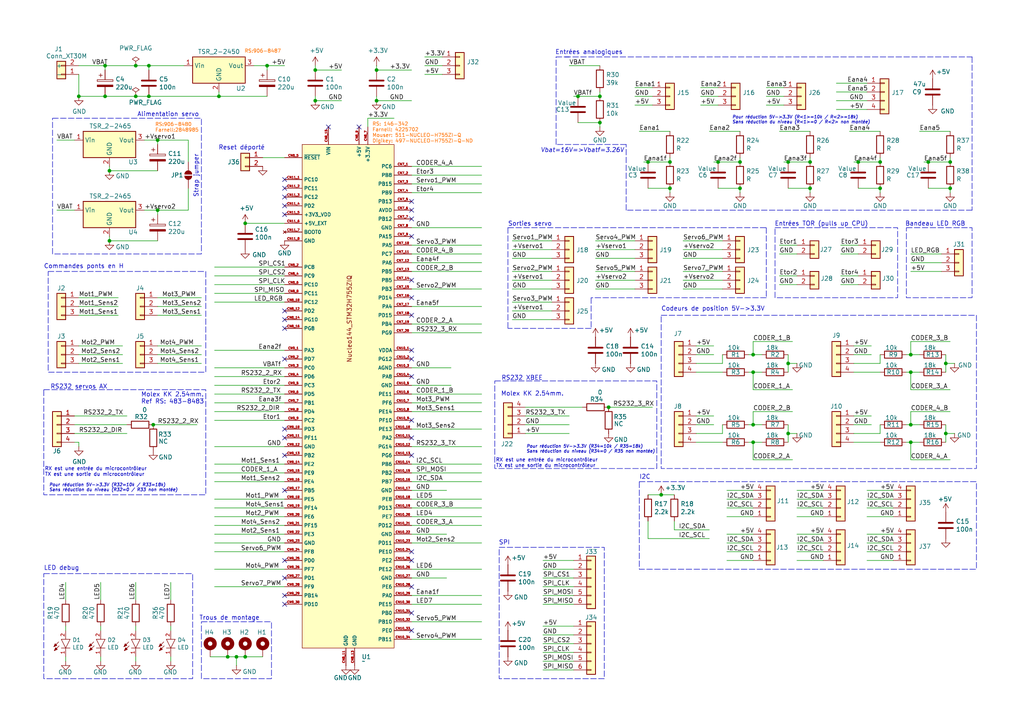
<source format=kicad_sch>
(kicad_sch (version 20231120) (generator "eeschema") (generator_version "8.0")
  (paper "A4")
  (title_block (title "ELECTROBOT-H755") (company "CRLG"))
  (junction (at 264.16 123.19))
  (junction (at 71.12 64.77))
  (junction (at 173.99 27.94))
  (junction (at 275.59 54.61))
  (junction (at 274.32 105.41))
  (junction (at 71.12 190.5))
  (junction (at 109.22 29.21))
  (junction (at 218.44 128.27))
  (junction (at 234.95 54.61))
  (junction (at 187.96 46.99))
  (junction (at 63.5 27.94))
  (junction (at 228.6 46.99))
  (junction (at 275.59 46.99))
  (junction (at 91.44 20.32))
  (junction (at 228.6 105.41))
  (junction (at 43.18 19.05))
  (junction (at 214.63 46.99))
  (junction (at 218.44 107.95))
  (junction (at 218.44 102.87))
  (junction (at 194.31 46.99))
  (junction (at 191.77 143.51))
  (junction (at 194.31 54.61))
  (junction (at 30.48 19.05))
  (junction (at 68.58 190.5))
  (junction (at 39.37 27.94))
  (junction (at 77.47 19.05))
  (junction (at 264.16 107.95))
  (junction (at 218.44 123.19))
  (junction (at 30.48 27.94))
  (junction (at 234.95 46.99))
  (junction (at 91.44 29.21))
  (junction (at 173.99 35.56))
  (junction (at 269.24 46.99))
  (junction (at 44.45 123.19))
  (junction (at 39.37 19.05))
  (junction (at 45.72 60.96))
  (junction (at 109.22 20.32))
  (junction (at 22.86 27.94))
  (junction (at 45.72 40.64))
  (junction (at 255.27 46.99))
  (junction (at 255.27 54.61))
  (junction (at 208.28 46.99))
  (junction (at 31.75 49.53))
  (junction (at 264.16 102.87))
  (junction (at 167.64 27.94))
  (junction (at 264.16 128.27))
  (junction (at 176.53 118.11))
  (junction (at 248.92 46.99))
  (junction (at 214.63 54.61))
  (junction (at 31.75 69.85))
  (junction (at 43.18 27.94))
  (junction (at 274.32 125.73))
  (junction (at 66.04 190.5))
  (junction (at 228.6 125.73))
  (no_connect (at 82.55 59.69))
  (no_connect (at 119.38 162.56))
  (no_connect (at 119.38 121.92))
  (no_connect (at 82.55 104.14))
  (no_connect (at 119.38 170.18))
  (no_connect (at 119.38 60.96))
  (no_connect (at 119.38 132.08))
  (no_connect (at 119.38 63.5))
  (no_connect (at 119.38 58.42))
  (no_connect (at 82.55 95.25))
  (no_connect (at 82.55 124.46))
  (no_connect (at 82.55 162.56))
  (no_connect (at 82.55 127))
  (no_connect (at 82.55 52.07))
  (no_connect (at 119.38 104.14))
  (no_connect (at 119.38 160.02))
  (no_connect (at 82.55 167.64))
  (no_connect (at 119.38 91.44))
  (no_connect (at 82.55 54.61))
  (no_connect (at 119.38 86.36))
  (no_connect (at 119.38 127))
  (no_connect (at 119.38 68.58))
  (no_connect (at 119.38 182.88))
  (no_connect (at 119.38 177.8))
  (no_connect (at 119.38 109.22))
  (no_connect (at 82.55 57.15))
  (no_connect (at 104.14 36.83))
  (no_connect (at 82.55 62.23))
  (no_connect (at 82.55 90.17))
  (no_connect (at 82.55 132.08))
  (no_connect (at 95.25 36.83))
  (no_connect (at 82.55 142.24))
  (no_connect (at 82.55 175.26))
  (no_connect (at 82.55 92.71))
  (no_connect (at 119.38 81.28))
  (no_connect (at 82.55 172.72))
  (no_connect (at 119.38 101.6))
  (wire (pts (xy 203.2 27.94) (xy 208.28 27.94)))
  (wire (pts (xy 264.16 133.35) (xy 275.59 133.35)))
  (wire (pts (xy 68.58 190.5) (xy 68.58 193.04)))
  (wire (pts (xy 198.12 83.82) (xy 209.55 83.82)))
  (wire (pts (xy 255.27 45.72) (xy 255.27 46.99)))
  (wire (pts (xy 62.23 139.7) (xy 82.55 139.7)))
  (wire (pts (xy 148.59 72.39) (xy 160.02 72.39)))
  (wire (pts (xy 222.25 27.94) (xy 227.33 27.94)))
  (wire (pts (xy 77.47 27.94) (xy 63.5 27.94)))
  (wire (pts (xy 31.75 49.53) (xy 45.72 49.53)))
  (wire (pts (xy 226.06 38.1) (xy 234.95 38.1)))
  (wire (pts (xy 43.18 27.94) (xy 63.5 27.94)))
  (wire (pts (xy 187.96 156.21) (xy 205.74 156.21)))
  (wire (pts (xy 262.89 102.87) (xy 264.16 102.87)))
  (wire (pts (xy 247.65 107.95) (xy 255.27 107.95)))
  (wire (pts (xy 62.23 109.22) (xy 82.55 109.22)))
  (wire (pts (xy 54.61 40.64) (xy 54.61 46.99)))
  (wire (pts (xy 62.23 165.1) (xy 82.55 165.1)))
  (polyline (pts (xy 181.61 60.96) (xy 181.61 41.91)) (stroke (width 0) (type dash)))
  (wire (pts (xy 186.69 46.99) (xy 187.96 46.99)))
  (wire (pts (xy 226.06 80.01) (xy 231.14 80.01)))
  (wire (pts (xy 264.16 102.87) (xy 266.7 102.87)))
  (wire (pts (xy 184.15 30.48) (xy 189.23 30.48)))
  (wire (pts (xy 264.16 128.27) (xy 266.7 128.27)))
  (wire (pts (xy 119.38 116.84) (xy 139.7 116.84)))
  (wire (pts (xy 167.64 27.94) (xy 173.99 27.94)))
  (wire (pts (xy 157.48 175.26) (xy 166.37 175.26)))
  (wire (pts (xy 262.89 123.19) (xy 264.16 123.19)))
  (wire (pts (xy 62.23 85.09) (xy 82.55 85.09)))
  (wire (pts (xy 247.65 125.73) (xy 255.27 125.73)))
  (wire (pts (xy 119.38 114.3) (xy 139.7 114.3)))
  (wire (pts (xy 231.14 162.56) (xy 238.76 162.56)))
  (wire (pts (xy 217.17 128.27) (xy 218.44 128.27)))
  (wire (pts (xy 203.2 25.4) (xy 208.28 25.4)))
  (wire (pts (xy 262.89 107.95) (xy 264.16 107.95)))
  (wire (pts (xy 43.18 19.05) (xy 43.18 20.32)))
  (wire (pts (xy 176.53 118.11) (xy 189.23 118.11)))
  (polyline (pts (xy 147.32 66.04) (xy 222.25 66.04)) (stroke (width 0) (type dash)))
  (wire (pts (xy 264.16 78.74) (xy 273.05 78.74)))
  (wire (pts (xy 248.92 46.99) (xy 255.27 46.99)))
  (polyline (pts (xy 181.61 41.91) (xy 161.29 41.91)) (stroke (width 0) (type dash)))
  (wire (pts (xy 264.16 123.19) (xy 266.7 123.19)))
  (wire (pts (xy 264.16 107.95) (xy 266.7 107.95)))
  (wire (pts (xy 22.86 100.33) (xy 35.56 100.33)))
  (wire (pts (xy 62.23 137.16) (xy 82.55 137.16)))
  (wire (pts (xy 198.12 78.74) (xy 209.55 78.74)))
  (wire (pts (xy 119.38 88.9) (xy 139.7 88.9)))
  (wire (pts (xy 73.66 19.05) (xy 77.47 19.05)))
  (wire (pts (xy 49.53 190.5) (xy 49.53 191.77)))
  (wire (pts (xy 226.06 71.12) (xy 231.14 71.12)))
  (wire (pts (xy 62.23 106.68) (xy 82.55 106.68)))
  (wire (pts (xy 119.38 154.94) (xy 129.54 154.94)))
  (wire (pts (xy 247.65 128.27) (xy 255.27 128.27)))
  (wire (pts (xy 22.86 128.27) (xy 22.86 129.54)))
  (wire (pts (xy 264.16 119.38) (xy 264.16 123.19)))
  (wire (pts (xy 187.96 143.51) (xy 191.77 143.51)))
  (wire (pts (xy 148.59 81.28) (xy 160.02 81.28)))
  (wire (pts (xy 148.59 83.82) (xy 160.02 83.82)))
  (wire (pts (xy 119.38 96.52) (xy 139.7 96.52)))
  (wire (pts (xy 201.93 107.95) (xy 209.55 107.95)))
  (wire (pts (xy 119.38 152.4) (xy 139.7 152.4)))
  (wire (pts (xy 208.28 46.99) (xy 214.63 46.99)))
  (wire (pts (xy 207.01 46.99) (xy 208.28 46.99)))
  (wire (pts (xy 247.65 102.87) (xy 252.73 102.87)))
  (wire (pts (xy 251.46 147.32) (xy 259.08 147.32)))
  (wire (pts (xy 187.96 151.13) (xy 187.96 156.21)))
  (wire (pts (xy 66.04 190.5) (xy 60.96 190.5)))
  (wire (pts (xy 119.38 185.42) (xy 139.7 185.42)))
  (wire (pts (xy 62.23 77.47) (xy 82.55 77.47)))
  (wire (pts (xy 231.14 149.86) (xy 238.76 149.86)))
  (wire (pts (xy 29.21 181.61) (xy 29.21 182.88)))
  (wire (pts (xy 16.51 60.96) (xy 21.59 60.96)))
  (wire (pts (xy 218.44 119.38) (xy 218.44 123.19)))
  (wire (pts (xy 119.38 167.64) (xy 129.54 167.64)))
  (wire (pts (xy 269.24 46.99) (xy 275.59 46.99)))
  (wire (pts (xy 148.59 69.85) (xy 160.02 69.85)))
  (wire (pts (xy 29.21 190.5) (xy 29.21 191.77)))
  (wire (pts (xy 274.32 123.19) (xy 274.32 125.73)))
  (wire (pts (xy 247.65 123.19) (xy 252.73 123.19)))
  (wire (pts (xy 76.2 45.72) (xy 82.55 45.72)))
  (wire (pts (xy 54.61 54.61) (xy 54.61 60.96)))
  (wire (pts (xy 21.59 120.65) (xy 36.83 120.65)))
  (wire (pts (xy 30.48 19.05) (xy 30.48 20.32)))
  (wire (pts (xy 226.06 73.66) (xy 231.14 73.66)))
  (wire (pts (xy 39.37 190.5) (xy 39.37 191.77)))
  (wire (pts (xy 91.44 27.94) (xy 91.44 29.21)))
  (wire (pts (xy 71.12 64.77) (xy 82.55 64.77)))
  (wire (pts (xy 22.86 86.36) (xy 34.29 86.36)))
  (wire (pts (xy 210.82 157.48) (xy 218.44 157.48)))
  (wire (pts (xy 119.38 48.26) (xy 139.7 48.26)))
  (wire (pts (xy 62.23 160.02) (xy 82.55 160.02)))
  (wire (pts (xy 228.6 125.73) (xy 231.14 125.73)))
  (wire (pts (xy 62.23 116.84) (xy 82.55 116.84)))
  (wire (pts (xy 228.6 105.41) (xy 228.6 107.95)))
  (wire (pts (xy 119.38 139.7) (xy 139.7 139.7)))
  (wire (pts (xy 275.59 45.72) (xy 275.59 46.99)))
  (wire (pts (xy 228.6 102.87) (xy 228.6 105.41)))
  (wire (pts (xy 123.19 19.05) (xy 128.27 19.05)))
  (wire (pts (xy 247.65 46.99) (xy 248.92 46.99)))
  (wire (pts (xy 119.38 53.34) (xy 139.7 53.34)))
  (wire (pts (xy 203.2 30.48) (xy 208.28 30.48)))
  (wire (pts (xy 29.21 168.91) (xy 29.21 173.99)))
  (wire (pts (xy 43.18 19.05) (xy 53.34 19.05)))
  (wire (pts (xy 172.72 78.74) (xy 184.15 78.74)))
  (wire (pts (xy 231.14 147.32) (xy 238.76 147.32)))
  (wire (pts (xy 148.59 78.74) (xy 160.02 78.74)))
  (wire (pts (xy 30.48 27.94) (xy 39.37 27.94)))
  (wire (pts (xy 274.32 105.41) (xy 276.86 105.41)))
  (wire (pts (xy 119.38 78.74) (xy 139.7 78.74)))
  (wire (pts (xy 210.82 144.78) (xy 218.44 144.78)))
  (wire (pts (xy 167.64 35.56) (xy 173.99 35.56)))
  (wire (pts (xy 45.72 60.96) (xy 45.72 62.23)))
  (wire (pts (xy 22.86 102.87) (xy 35.56 102.87)))
  (wire (pts (xy 45.72 91.44) (xy 58.42 91.44)))
  (wire (pts (xy 205.74 38.1) (xy 214.63 38.1)))
  (wire (pts (xy 210.82 147.32) (xy 218.44 147.32)))
  (wire (pts (xy 247.65 120.65) (xy 252.73 120.65)))
  (wire (pts (xy 119.38 180.34) (xy 139.7 180.34)))
  (wire (pts (xy 228.6 54.61) (xy 234.95 54.61)))
  (wire (pts (xy 119.38 149.86) (xy 139.7 149.86)))
  (wire (pts (xy 45.72 40.64) (xy 45.72 41.91)))
  (wire (pts (xy 76.2 190.5) (xy 71.12 190.5)))
  (wire (pts (xy 264.16 107.95) (xy 264.16 113.03)))
  (wire (pts (xy 251.46 154.94) (xy 259.08 154.94)))
  (wire (pts (xy 119.38 142.24) (xy 129.54 142.24)))
  (wire (pts (xy 119.38 157.48) (xy 139.7 157.48)))
  (wire (pts (xy 228.6 125.73) (xy 228.6 128.27)))
  (wire (pts (xy 119.38 175.26) (xy 139.7 175.26)))
  (wire (pts (xy 119.38 119.38) (xy 139.7 119.38)))
  (wire (pts (xy 251.46 160.02) (xy 259.08 160.02)))
  (polyline (pts (xy 222.25 86.36) (xy 171.45 86.36)) (stroke (width 0) (type dash)))
  (wire (pts (xy 187.96 54.61) (xy 194.31 54.61)))
  (wire (pts (xy 210.82 149.86) (xy 218.44 149.86)))
  (wire (pts (xy 30.48 19.05) (xy 39.37 19.05)))
  (wire (pts (xy 172.72 72.39) (xy 184.15 72.39)))
  (wire (pts (xy 62.23 144.78) (xy 82.55 144.78)))
  (wire (pts (xy 222.25 25.4) (xy 227.33 25.4)))
  (wire (pts (xy 45.72 102.87) (xy 58.42 102.87)))
  (wire (pts (xy 266.7 38.1) (xy 275.59 38.1)))
  (wire (pts (xy 21.59 125.73) (xy 36.83 125.73)))
  (wire (pts (xy 45.72 88.9) (xy 58.42 88.9)))
  (wire (pts (xy 274.32 105.41) (xy 274.32 107.95)))
  (wire (pts (xy 246.38 38.1) (xy 255.27 38.1)))
  (wire (pts (xy 39.37 168.91) (xy 39.37 173.99)))
  (wire (pts (xy 248.92 54.61) (xy 255.27 54.61)))
  (wire (pts (xy 195.58 151.13) (xy 195.58 153.67)))
  (wire (pts (xy 201.93 100.33) (xy 207.01 100.33)))
  (wire (pts (xy 119.38 93.98) (xy 139.7 93.98)))
  (wire (pts (xy 31.75 69.85) (xy 45.72 69.85)))
  (wire (pts (xy 251.46 157.48) (xy 259.08 157.48)))
  (wire (pts (xy 243.84 73.66) (xy 248.92 73.66)))
  (wire (pts (xy 198.12 69.85) (xy 209.55 69.85)))
  (wire (pts (xy 62.23 154.94) (xy 82.55 154.94)))
  (wire (pts (xy 228.6 105.41) (xy 231.14 105.41)))
  (wire (pts (xy 123.19 21.59) (xy 128.27 21.59)))
  (wire (pts (xy 109.22 20.32) (xy 119.38 20.32)))
  (wire (pts (xy 119.38 71.12) (xy 139.7 71.12)))
  (wire (pts (xy 119.38 106.68) (xy 130.81 106.68)))
  (wire (pts (xy 157.48 186.69) (xy 166.37 186.69)))
  (wire (pts (xy 251.46 149.86) (xy 259.08 149.86)))
  (wire (pts (xy 222.25 30.48) (xy 227.33 30.48)))
  (polyline (pts (xy 281.94 60.96) (xy 181.61 60.96)) (stroke (width 0) (type dash)))
  (wire (pts (xy 19.05 168.91) (xy 19.05 173.99)))
  (wire (pts (xy 264.16 73.66) (xy 273.05 73.66)))
  (wire (pts (xy 109.22 27.94) (xy 109.22 29.21)))
  (wire (pts (xy 119.38 134.62) (xy 139.7 134.62)))
  (wire (pts (xy 231.14 160.02) (xy 238.76 160.02)))
  (wire (pts (xy 251.46 29.21) (xy 242.57 29.21)))
  (wire (pts (xy 91.44 29.21) (xy 99.06 29.21)))
  (wire (pts (xy 119.38 165.1) (xy 139.7 165.1)))
  (wire (pts (xy 201.93 128.27) (xy 209.55 128.27)))
  (wire (pts (xy 45.72 86.36) (xy 58.42 86.36)))
  (wire (pts (xy 62.23 80.01) (xy 82.55 80.01)))
  (wire (pts (xy 62.23 87.63) (xy 82.55 87.63)))
  (wire (pts (xy 41.91 40.64) (xy 45.72 40.64)))
  (wire (pts (xy 166.37 27.94) (xy 167.64 27.94)))
  (wire (pts (xy 39.37 19.05) (xy 43.18 19.05)))
  (polyline (pts (xy 147.32 66.04) (xy 147.32 95.25)) (stroke (width 0) (type dash)))
  (wire (pts (xy 173.99 26.67) (xy 173.99 27.94)))
  (wire (pts (xy 214.63 54.61) (xy 214.63 55.88)))
  (wire (pts (xy 39.37 181.61) (xy 39.37 182.88)))
  (wire (pts (xy 262.89 128.27) (xy 264.16 128.27)))
  (wire (pts (xy 198.12 81.28) (xy 209.55 81.28)))
  (wire (pts (xy 157.48 184.15) (xy 166.37 184.15)))
  (wire (pts (xy 208.28 54.61) (xy 214.63 54.61)))
  (wire (pts (xy 119.38 137.16) (xy 139.7 137.16)))
  (wire (pts (xy 91.44 19.05) (xy 91.44 20.32)))
  (wire (pts (xy 210.82 162.56) (xy 218.44 162.56)))
  (wire (pts (xy 198.12 74.93) (xy 209.55 74.93)))
  (wire (pts (xy 119.38 83.82) (xy 139.7 83.82)))
  (wire (pts (xy 201.93 125.73) (xy 209.55 125.73)))
  (wire (pts (xy 201.93 120.65) (xy 207.01 120.65)))
  (wire (pts (xy 152.4 125.73) (xy 165.1 125.73)))
  (wire (pts (xy 22.86 27.94) (xy 30.48 27.94)))
  (wire (pts (xy 217.17 102.87) (xy 218.44 102.87)))
  (wire (pts (xy 231.14 144.78) (xy 238.76 144.78)))
  (wire (pts (xy 157.48 194.31) (xy 166.37 194.31)))
  (wire (pts (xy 227.33 46.99) (xy 228.6 46.99)))
  (wire (pts (xy 119.38 55.88) (xy 139.7 55.88)))
  (wire (pts (xy 218.44 128.27) (xy 220.98 128.27)))
  (wire (pts (xy 173.99 35.56) (xy 173.99 36.83)))
  (polyline (pts (xy 161.29 41.91) (xy 161.29 16.51)) (stroke (width 0) (type dash)))
  (wire (pts (xy 62.23 114.3) (xy 82.55 114.3)))
  (wire (pts (xy 157.48 167.64) (xy 166.37 167.64)))
  (wire (pts (xy 243.84 80.01) (xy 248.92 80.01)))
  (wire (pts (xy 231.14 157.48) (xy 238.76 157.48)))
  (wire (pts (xy 210.82 142.24) (xy 218.44 142.24)))
  (wire (pts (xy 274.32 102.87) (xy 274.32 105.41)))
  (wire (pts (xy 218.44 133.35) (xy 229.87 133.35)))
  (wire (pts (xy 218.44 107.95) (xy 220.98 107.95)))
  (wire (pts (xy 210.82 154.94) (xy 218.44 154.94)))
  (wire (pts (xy 152.4 123.19) (xy 165.1 123.19)))
  (wire (pts (xy 251.46 24.13) (xy 242.57 24.13)))
  (wire (pts (xy 172.72 74.93) (xy 184.15 74.93)))
  (wire (pts (xy 184.15 27.94) (xy 189.23 27.94)))
  (wire (pts (xy 172.72 69.85) (xy 184.15 69.85)))
  (wire (pts (xy 148.59 74.93) (xy 160.02 74.93)))
  (wire (pts (xy 66.04 190.5) (xy 68.58 190.5)))
  (wire (pts (xy 148.59 87.63) (xy 160.02 87.63)))
  (wire (pts (xy 62.23 134.62) (xy 82.55 134.62)))
  (wire (pts (xy 22.86 21.59) (xy 22.86 27.94)))
  (wire (pts (xy 119.38 73.66) (xy 139.7 73.66)))
  (wire (pts (xy 172.72 81.28) (xy 184.15 81.28)))
  (polyline (pts (xy 171.45 86.36) (xy 171.45 95.25)) (stroke (width 0) (type dash)))
  (wire (pts (xy 45.72 40.64) (xy 54.61 40.64)))
  (wire (pts (xy 226.06 82.55) (xy 231.14 82.55)))
  (wire (pts (xy 62.23 170.18) (xy 82.55 170.18)))
  (wire (pts (xy 157.48 181.61) (xy 166.37 181.61)))
  (wire (pts (xy 251.46 144.78) (xy 259.08 144.78)))
  (wire (pts (xy 22.86 19.05) (xy 30.48 19.05)))
  (wire (pts (xy 247.65 100.33) (xy 252.73 100.33)))
  (wire (pts (xy 218.44 113.03) (xy 229.87 113.03)))
  (wire (pts (xy 275.59 54.61) (xy 275.59 55.88)))
  (wire (pts (xy 218.44 107.95) (xy 218.44 113.03)))
  (wire (pts (xy 218.44 102.87) (xy 220.98 102.87)))
  (wire (pts (xy 109.22 19.05) (xy 109.22 20.32)))
  (wire (pts (xy 201.93 102.87) (xy 207.01 102.87)))
  (wire (pts (xy 198.12 72.39) (xy 209.55 72.39)))
  (wire (pts (xy 255.27 54.61) (xy 255.27 55.88)))
  (wire (pts (xy 218.44 119.38) (xy 229.87 119.38)))
  (wire (pts (xy 231.14 142.24) (xy 238.76 142.24)))
  (wire (pts (xy 228.6 46.99) (xy 234.95 46.99)))
  (wire (pts (xy 218.44 99.06) (xy 218.44 102.87)))
  (wire (pts (xy 119.38 124.46) (xy 139.7 124.46)))
  (wire (pts (xy 21.59 128.27) (xy 22.86 128.27)))
  (wire (pts (xy 214.63 45.72) (xy 214.63 46.99)))
  (wire (pts (xy 119.38 50.8) (xy 139.7 50.8)))
  (wire (pts (xy 22.86 91.44) (xy 34.29 91.44)))
  (wire (pts (xy 201.93 105.41) (xy 209.55 105.41)))
  (wire (pts (xy 62.23 149.86) (xy 82.55 149.86)))
  (wire (pts (xy 165.1 19.05) (xy 173.99 19.05)))
  (wire (pts (xy 31.75 48.26) (xy 31.75 49.53)))
  (wire (pts (xy 119.38 147.32) (xy 139.7 147.32)))
  (wire (pts (xy 231.14 154.94) (xy 238.76 154.94)))
  (wire (pts (xy 195.58 153.67) (xy 205.74 153.67)))
  (wire (pts (xy 45.72 100.33) (xy 58.42 100.33)))
  (wire (pts (xy 185.42 38.1) (xy 194.31 38.1)))
  (wire (pts (xy 157.48 162.56) (xy 166.37 162.56)))
  (wire (pts (xy 191.77 143.51) (xy 195.58 143.51)))
  (wire (pts (xy 106.68 34.29) (xy 114.3 34.29)))
  (wire (pts (xy 119.38 66.04) (xy 139.7 66.04)))
  (wire (pts (xy 22.86 88.9) (xy 34.29 88.9)))
  (polyline (pts (xy 222.25 66.04) (xy 222.25 86.36)) (stroke (width 0) (type dash)))
  (wire (pts (xy 269.24 54.61) (xy 275.59 54.61)))
  (wire (pts (xy 62.23 121.92) (xy 82.55 121.92)))
  (wire (pts (xy 119.38 144.78) (xy 139.7 144.78)))
  (wire (pts (xy 19.05 190.5) (xy 19.05 191.77)))
  (wire (pts (xy 184.15 25.4) (xy 189.23 25.4)))
  (wire (pts (xy 234.95 54.61) (xy 234.95 55.88)))
  (wire (pts (xy 234.95 45.72) (xy 234.95 46.99)))
  (wire (pts (xy 274.32 125.73) (xy 276.86 125.73)))
  (wire (pts (xy 251.46 162.56) (xy 259.08 162.56)))
  (wire (pts (xy 63.5 27.94) (xy 63.5 26.67)))
  (wire (pts (xy 243.84 71.12) (xy 248.92 71.12)))
  (wire (pts (xy 251.46 142.24) (xy 259.08 142.24)))
  (wire (pts (xy 49.53 168.91) (xy 49.53 173.99)))
  (wire (pts (xy 201.93 123.19) (xy 207.01 123.19)))
  (wire (pts (xy 218.44 99.06) (xy 229.87 99.06)))
  (wire (pts (xy 210.82 160.02) (xy 218.44 160.02)))
  (wire (pts (xy 217.17 123.19) (xy 218.44 123.19)))
  (wire (pts (xy 62.23 111.76) (xy 82.55 111.76)))
  (wire (pts (xy 157.48 170.18) (xy 166.37 170.18)))
  (wire (pts (xy 172.72 83.82) (xy 184.15 83.82)))
  (wire (pts (xy 77.47 19.05) (xy 77.47 20.32)))
  (wire (pts (xy 49.53 181.61) (xy 49.53 182.88)))
  (wire (pts (xy 91.44 20.32) (xy 99.06 20.32)))
  (wire (pts (xy 109.22 29.21) (xy 119.38 29.21)))
  (wire (pts (xy 62.23 157.48) (xy 82.55 157.48)))
  (wire (pts (xy 19.05 181.61) (xy 19.05 182.88)))
  (wire (pts (xy 194.31 45.72) (xy 194.31 46.99)))
  (wire (pts (xy 228.6 123.19) (xy 228.6 125.73)))
  (wire (pts (xy 39.37 27.94) (xy 43.18 27.94)))
  (wire (pts (xy 157.48 165.1) (xy 166.37 165.1)))
  (wire (pts (xy 22.86 105.41) (xy 35.56 105.41)))
  (wire (pts (xy 243.84 82.55) (xy 248.92 82.55)))
  (wire (pts (xy 106.68 36.83) (xy 106.68 34.29)))
  (wire (pts (xy 119.38 111.76) (xy 130.81 111.76)))
  (wire (pts (xy 45.72 60.96) (xy 54.61 60.96)))
  (wire (pts (xy 157.48 189.23) (xy 166.37 189.23)))
  (wire (pts (xy 45.72 105.41) (xy 58.42 105.41)))
  (wire (pts (xy 68.58 190.5) (xy 71.12 190.5)))
  (wire (pts (xy 62.23 119.38) (xy 82.55 119.38)))
  (wire (pts (xy 209.55 125.73) (xy 209.55 123.19)))
  (wire (pts (xy 123.19 16.51) (xy 128.27 16.51)))
  (wire (pts (xy 31.75 68.58) (xy 31.75 69.85)))
  (wire (pts (xy 264.16 119.38) (xy 275.59 119.38)))
  (wire (pts (xy 264.16 99.06) (xy 275.59 99.06)))
  (wire (pts (xy 44.45 123.19) (xy 57.15 123.19)))
  (wire (pts (xy 255.27 105.41) (xy 255.27 102.87)))
  (wire (pts (xy 119.38 129.54) (xy 139.7 129.54)))
  (wire (pts (xy 148.59 92.71) (xy 160.02 92.71)))
  (wire (pts (xy 218.44 128.27) (xy 218.44 133.35)))
  (wire (pts (xy 119.38 76.2) (xy 139.7 76.2)))
  (wire (pts (xy 62.23 152.4) (xy 82.55 152.4)))
  (polyline (pts (xy 161.29 16.51) (xy 165.1 16.51)) (stroke (width 0) (type dash)))
  (wire (pts (xy 16.51 40.64) (xy 21.59 40.64)))
  (wire (pts (xy 41.91 60.96) (xy 45.72 60.96)))
  (wire (pts (xy 194.31 54.61) (xy 194.31 55.88)))
  (polyline (pts (xy 163.83 16.51) (xy 281.94 16.51)) (stroke (width 0) (type dash)))
  (wire (pts (xy 62.23 147.32) (xy 82.55 147.32)))
  (wire (pts (xy 264.16 99.06) (xy 264.16 102.87)))
  (wire (pts (xy 152.4 118.11) (xy 168.91 118.11)))
  (wire (pts (xy 77.47 19.05) (xy 82.55 19.05)))
  (wire (pts (xy 21.59 123.19) (xy 36.83 123.19)))
  (wire (pts (xy 247.65 105.41) (xy 255.27 105.41)))
  (wire (pts (xy 157.48 172.72) (xy 166.37 172.72)))
  (wire (pts (xy 157.48 191.77) (xy 166.37 191.77)))
  (wire (pts (xy 62.23 101.6) (xy 82.55 101.6)))
  (wire (pts (xy 251.46 26.67) (xy 242.57 26.67)))
  (wire (pts (xy 274.32 125.73) (xy 274.32 128.27)))
  (wire (pts (xy 218.44 123.19) (xy 220.98 123.19)))
  (wire (pts (xy 62.23 82.55) (xy 82.55 82.55)))
  (polyline (pts (xy 281.94 16.51) (xy 281.94 60.96)) (stroke (width 0) (type dash)))
  (wire (pts (xy 187.96 46.99) (xy 194.31 46.99)))
  (wire (pts (xy 62.23 129.54) (xy 82.55 129.54)))
  (wire (pts (xy 152.4 120.65) (xy 165.1 120.65)))
  (wire (pts (xy 264.16 113.03) (xy 275.59 113.03)))
  (wire (pts (xy 209.55 105.41) (xy 209.55 102.87)))
  (wire (pts (xy 255.27 125.73) (xy 255.27 123.19)))
  (polyline (pts (xy 171.45 95.25) (xy 147.32 95.25)) (stroke (width 0) (type dash)))
  (wire (pts (xy 264.16 128.27) (xy 264.16 133.35)))
  (wire (pts (xy 119.38 172.72) (xy 139.7 172.72)))
  (wire (pts (xy 217.17 107.95) (xy 218.44 107.95)))
  (wire (pts (xy 267.97 46.99) (xy 269.24 46.99)))
  (wire (pts (xy 242.57 31.75) (xy 251.46 31.75)))
  (wire (pts (xy 264.16 76.2) (xy 273.05 76.2)))
  (wire (pts (xy 148.59 90.17) (xy 160.02 90.17)))
  (rectangle (start 15.24 34.29) (end 58.42 73.66) (stroke (width 0) (type dash)))
  (rectangle (start 143.51 110.49) (end 190.5 135.89) (stroke (width 0) (type dash)))
  (rectangle (start 144.78 158.75) (end 175.26 196.85) (stroke (width 0) (type dash)))
  (rectangle (start 12.7 113.03) (end 59.69 143.51) (stroke (width 0) (type dash)))
  (rectangle (start 191.77 91.44) (end 283.21 135.89) (stroke (width 0) (type dash)))
  (rectangle (start 13.97 78.74) (end 59.69 107.95) (stroke (width 0) (type dash)))
  (rectangle (start 185.42 139.7) (end 283.21 165.1) (stroke (width 0) (type dash)))
  (rectangle (start 224.79 66.04) (end 260.35 86.36) (stroke (width 0) (type dash)))
  (rectangle (start 12.7 166.37) (end 55.88 196.85) (stroke (width 0) (type dash)))
  (rectangle (start 262.89 66.04) (end 281.94 86.36) (stroke (width 0) (type dash)))
  (rectangle (start 58.42 180.34) (end 78.74 196.85) (stroke (width 0) (type dash)))
  (text "Sorties servo" (at 147.32 65.786 0) (effects (font (size 1.27 1.27)) (justify left bottom)))
  (text "RX est une entrée du microcontrôleur\nTX est une sortie du microcontrôleur" (at 12.954 136.906 0) (effects (font (size 1.016 1.016)) (justify left)))
  (text "RX est une entrée du microcontrôleur\nTX est une sortie du microcontrôleur" (at 143.764 134.366 0) (effects (font (size 1.016 1.016)) (justify left)))
  (text "Vbat=16V=>Vbatf=3.26V" (at 168.91 43.688 0) (effects (font (size 1.27 1.27) (italic yes))))
  (text "Alimentation servo" (at 48.768 33.274 0) (effects (font (size 1.27 1.27))))
  (text "Codeurs de position 5V->3.3V" (at 191.77 90.424 0) (effects (font (size 1.27 1.27)) (justify left bottom)))
  (text "Commandes ponts en H" (at 12.7 78.105 0) (effects (font (size 1.27 1.27)) (justify left bottom)))
  (text "Trous de montage" (at 66.548 179.324 0) (effects (font (size 1.27 1.27))))
  (text "RS232 XBEE" (at 145.415 110.49 0) (effects (font (size 1.27 1.27)) (justify left bottom)))
  (text "Molex KK 2.54mm.\nRef RS: 483-8483" (at 40.894 117.348 0) (effects (font (size 1.27 1.27)) (justify left bottom)))
  (text "Pour réduction 5V->3.3V (R34=10k / R35=18k)\nSans réduction du niveau (R34=0 / R35 non montée)\n\n" (at 152.654 131.064 0) (effects (font (size 0.889 0.889) (italic yes)) (justify left)))
  (text "Pour réduction 5V->3.3V (R32=10k / R33=18k)\nSans réduction du niveau (R32=0 / R33 non montée)\n\n" (at 14.224 142.24 0) (effects (font (size 0.889 0.889) (italic yes)) (justify left)))
  (text "Entrées TOR (pulls up CPU)" (at 238.252 65.024 0) (effects (font (size 1.27 1.27))))
  (text "RS: 146-342\nFarnell: 4225702\nMouser: 511-NUCLEO-H755ZI-Q\nDigikey: 497-NUCLEO-H755ZI-Q-ND" (at 107.95 38.608 0) (effects (font (size 1.016 1.016)) (justify left)))
  (text "RS:906-8487" (at 70.866 14.986 0) (effects (font (size 1.016 1.016)) (justify left)))
  (text "RS:906-8480\nFarnell:2848985" (at 44.958 37.084 0) (effects (font (size 1.016 1.016)) (justify left)))
  (text "LED debug" (at 12.7 165.608 0) (effects (font (size 1.27 1.27)) (justify left bottom)))
  (text "SPI" (at 146.304 157.48 0) (effects (font (size 1.27 1.27))))
  (text "RS232 servos AX" (at 14.605 113.03 0) (effects (font (size 1.27 1.27)) (justify left bottom)))
  (text "Molex KK 2.54mm." (at 145.288 115.062 0) (effects (font (size 1.27 1.27)) (justify left bottom)))
  (text "I2C" (at 185.42 139.192 0) (effects (font (size 1.27 1.27)) (justify left bottom)))
  (text "Pour réduction 5V->3.3V (R<1>=10k / R<2>=18k)\nSans réduction du niveau (R<1>=0 / R<2> non montée)\n\n" (at 212.344 35.56 0) (effects (font (size 0.889 0.889) (italic yes)) (justify left)))
  (text "Bandeau LED RGB" (at 271.272 65.024 0) (effects (font (size 1.27 1.27))))
  (text "Entrées analogiques" (at 161.036 16.002 0) (effects (font (size 1.27 1.27)) (justify left bottom)))
  (text "Reset déporté" (at 70.104 42.926 0) (effects (font (size 1.27 1.27))))
  (text "Strap jumper" (at 56.896 51.054 90) (effects (font (size 1.27 1.27))))
  (label "CODER_2_B" (at 120.65 78.74 0))
  (label "Eana2f" (at 207.01 46.99 0))
  (label "LED6" (at 39.37 173.99 90))
  (label "I2C_SDA" (at 210.82 144.78 0))
  (label "I2C_SCL" (at 120.65 134.62 0))
  (label "I2C_SCL" (at 231.14 160.02 0))
  (label "GND" (at 152.4 123.19 0))
  (label "GND" (at 77.47 157.48 0))
  (label "Etor4" (at 243.84 80.01 0))
  (label "Mot2_Sens1" (at 23.495 105.41 0))
  (label "RS232_3_TX" (at 120.65 129.54 0))
  (label "GND" (at 222.25 27.94 0))
  (label "Eana3" (at 222.25 25.4 0))
  (label "+3.3V" (at 113.03 20.32 0))
  (label "I2C_SCL" (at 210.82 160.02 0))
  (label "+Vservo2" (at 198.12 72.39 0))
  (label "GND" (at 201.93 123.19 0))
  (label "GND" (at 120.65 66.04 0))
  (label "I2C_SDA" (at 251.46 157.48 0))
  (label "+5V" (at 214.63 142.24 0))
  (label "GND" (at 264.16 76.2 0))
  (label "GND" (at 255.27 149.86 0))
  (label "Eana5f" (at 267.97 46.99 0))
  (label "GND" (at 234.95 149.86 0))
  (label "CODER_4_A" (at 264.16 133.35 0))
  (label "GND" (at 246.38 29.21 0))
  (label "+Vservo1" (at 148.59 81.28 0))
  (label "GND" (at 243.84 82.55 0))
  (label "GND" (at 184.15 27.94 0))
  (label "Eana3" (at 226.06 38.1 0))
  (label "Eana4" (at 245.745 24.13 0))
  (label "GND" (at 226.06 73.66 0))
  (label "GND" (at 157.48 184.15 0))
  (label "+Vservo2" (at 172.72 81.28 0))
  (label "LED5" (at 120.65 144.78 0))
  (label "Mot4_Sens2" (at 69.85 152.4 0))
  (label "LED7" (at 49.53 173.99 90))
  (label "Servo3_PWM" (at 148.59 87.63 0))
  (label "Servo7_PWM" (at 198.12 78.74 0))
  (label "+Vservo1" (at 41.91 40.64 0))
  (label "Mot4_Sens2" (at 46.355 102.87 0))
  (label "GND" (at 123.19 19.05 0))
  (label "SPI_MISO" (at 157.48 194.31 0))
  (label "Eana5" (at 245.745 26.67 0))
  (label "I2C_SDA" (at 120.65 139.7 0))
  (label "+5V" (at 214.63 154.94 0))
  (label "SPI_CS2" (at 157.48 186.69 0))
  (label "GND" (at 234.95 162.56 0))
  (label "+3.3V" (at 106.68 34.29 0))
  (label "Servo5_PWM" (at 172.72 78.74 0))
  (label "+Vservo1" (at 172.72 72.39 0))
  (label "VBAT" (at 26.67 19.05 0))
  (label "GND" (at 120.65 106.68 0))
  (label "Etor4" (at 120.65 55.88 0))
  (label "Eana1f" (at 186.69 46.99 0))
  (label "+5V" (at 247.65 100.33 0))
  (label "GND" (at 198.12 83.82 0))
  (label "LED4" (at 19.05 173.99 90))
  (label "+5V" (at 234.95 154.94 0))
  (label "GND" (at 113.03 29.21 0))
  (label "GND" (at 201.93 102.87 0))
  (label "SPI_MISO" (at 73.66 85.09 0))
  (label "Servo7_PWM" (at 69.85 170.18 0))
  (label "Mot1_PWM" (at 71.12 144.78 0))
  (label "SPI_CS1" (at 74.93 77.47 0))
  (label "CODER_1_A" (at 69.85 137.16 0))
  (label "RS232_2_RX" (at 45.72 123.19 0))
  (label "+5V" (at 255.27 142.24 0))
  (label "GND" (at 172.72 83.82 0))
  (label "+5V" (at 78.74 19.05 0))
  (label "CODER_2_A" (at 218.44 133.35 0))
  (label "GND" (at 148.59 92.71 0))
  (label "RS232_2_TX" (at 69.85 114.3 0))
  (label "RS232_3_TX" (at 152.4 120.65 0))
  (label "GND" (at 157.48 165.1 0))
  (label "Servo3_PWM" (at 120.65 71.12 0))
  (label "Etor2" (at 76.2 111.76 0))
  (label "LED_RGB" (at 73.66 87.63 0))
  (label "Mot3_Sens1" (at 120.65 119.38 0))
  (label "I2C_SDA" (at 210.82 157.48 0))
  (label "GND" (at 148.59 83.82 0))
  (label "Servo2_PWM" (at 148.59 78.74 0))
  (label "Etor1" (at 76.2 121.92 0))
  (label "GND" (at 120.65 167.64 0))
  (label "GND" (at 203.2 27.94 0))
  (label "Servo1_PWM" (at 120.65 53.34 0))
  (label "SPI_CLK" (at 74.93 82.55 0))
  (label "Mot2_Sens2" (at 23.495 102.87 0))
  (label "Mot1_PWM" (at 22.86 86.36 0))
  (label "CODER_2_B" (at 218.44 119.38 0))
  (label "Eana1" (at 184.15 25.4 0))
  (label "SPI_CLK" (at 157.48 189.23 0))
  (label "Eana1f" (at 120.65 172.72 0))
  (label "+5V" (at 222.25 30.48 0))
  (label "Servo5_PWM" (at 120.65 180.34 0))
  (label "RS232_2_TX" (at 24.13 120.65 0))
  (label "+5V" (at 246.38 31.75 0))
  (label "Mot2_Sens2" (at 120.65 157.48 0))
  (label "Etor1" (at 226.06 71.12 0))
  (label "+5V" (at 247.65 120.65 0))
  (label "GND" (at 120.65 142.24 0))
  (label "Servo4_PWM" (at 172.72 69.85 0))
  (label "Mot3_PWM" (at 46.99 86.36 0))
  (label "GND" (at 226.06 82.55 0))
  (label "CODER_4_B" (at 120.65 73.66 0))
  (label "RS232_3_RX" (at 120.65 96.52 0))
  (label "CODER_4_A" (at 120.65 48.26 0))
  (label "I2C_SDA" (at 196.85 153.67 0))
  (label "Mot3_PWM" (at 120.65 116.84 0))
  (label "RS232_2_DIR" (at 22.86 125.73 0))
  (label "GND" (at 198.12 74.93 0))
  (label "+Vservo2" (at 41.91 60.96 0))
  (label "+5V" (at 201.93 100.33 0))
  (label "Etor3" (at 243.84 71.12 0))
  (label "Eana5" (at 266.7 38.1 0))
  (label "Eana2f" (at 74.93 101.6 0))
  (label "Mot3_Sens2" (at 46.99 88.9 0))
  (label "Mot4_PWM" (at 46.355 100.33 0))
  (label "GND" (at 214.63 162.56 0))
  (label "Servo1_PWM" (at 148.59 69.85 0))
  (label "CODER_2_A" (at 120.65 93.98 0))
  (label "GND" (at 247.65 102.87 0))
  (label "CODER_1_A" (at 218.44 113.03 0))
  (label "Mot3_Sens1" (at 46.99 91.44 0))
  (label "CODER_3_A" (at 120.65 152.4 0))
  (label "+5V" (at 203.2 30.48 0))
  (label "Mot2_PWM" (at 23.495 100.33 0))
  (label "LED6" (at 120.65 165.1 0))
  (label "Etor3" (at 120.65 50.8 0))
  (label "CODER_3_A" (at 264.16 113.03 0))
  (label "GND" (at 77.47 129.54 0))
  (label "VBAT" (at 16.51 40.64 0))
  (label "GND" (at 214.63 149.86 0))
  (label "+5V" (at 157.48 162.56 0))
  (label "+5V" (at 152.4 125.73 0))
  (label "CODER_3_B" (at 120.65 147.32 0))
  (label "SPI_MOSI" (at 120.65 137.16 0))
  (label "Mot1_Sens1" (at 69.85 134.62 0))
  (label "Mot1_Sens2" (at 69.85 139.7 0))
  (label "RS232_3_RX" (at 177.8 118.11 0))
  (label "GND" (at 120.65 111.76 0))
  (label "CODER_1_B" (at 120.65 114.3 0))
  (label "Mot1_Sens2" (at 22.86 88.9 0))
  (label "SPI_MOSI" (at 157.48 191.77 0))
  (label "Eana2" (at 203.2 25.4 0))
  (label "I2C_SCL" (at 231.14 147.32 0))
  (label "Eana1" (at 185.42 38.1 0))
  (label "Eana4f" (at 247.65 46.99 0))
  (label "I2C_SCL" (at 251.46 160.02 0))
  (label "+Vservo1" (at 148.59 90.17 0))
  (label "VBATf" (at 76.2 106.68 0))
  (label "GND" (at 120.65 154.94 0))
  (label "Mot4_PWM" (at 71.12 165.1 0))
  (label "Eana5f" (at 120.65 88.9 0))
  (label "I2C_SCL" (at 196.85 156.21 0))
  (label "SPI_CLK" (at 157.48 170.18 0))
  (label "I2C_SCL" (at 251.46 147.32 0))
  (label "LED7" (at 120.65 175.26 0))
  (label "GND" (at 255.27 162.56 0))
  (label "CODER_4_B" (at 264.16 119.38 0))
  (label "+Vservo1" (at 148.59 72.39 0))
  (label "GND" (at 148.59 74.93 0))
  (label "+5V" (at 234.95 142.24 0))
  (label "VBAT" (at 165.1 19.05 0))
  (label "I2C_SDA" (at 251.46 144.78 0))
  (label "VBATf" (at 166.37 27.94 0))
  (label "Eana2" (at 205.74 38.1 0))
  (label "RS232_2_DIR" (at 68.58 119.38 0))
  (label "I2C_SDA" (at 231.14 157.48 0))
  (label "LED4" (at 120.65 149.86 0))
  (label "CODER_3_B" (at 264.16 99.06 0))
  (label "Mot2_Sens1" (at 69.85 154.94 0))
  (label "SPI_CS1" (at 157.48 167.64 0))
  (label "+5V" (at 95.25 20.32 0))
  (label "LED_RGB" (at 264.16 73.66 0))
  (label "+5V" (at 157.48 181.61 0))
  (label "Mot4_Sens1" (at 71.12 147.32 0))
  (label "Servo2_PWM" (at 120.65 83.82 0))
  (label "LED5" (at 29.21 173.99 90))
  (label "+5V" (at 123.19 21.59 0))
  (label "Eana4f" (at 120.65 76.2 0))
  (label "VBAT" (at 16.51 60.96 0))
  (label "Etor2" (at 226.06 80.01 0))
  (label "GND" (at 247.65 123.19 0))
  (label "Mot4_Sens1" (at 46.355 105.41 0))
  (label "SPI_CS2" (at 74.93 80.01 0))
  (label "GND" (at 243.84 73.66 0))
  (label "+3.3V" (at 123.19 16.51 0))
  (label "+5V" (at 184.15 30.48 0))
  (label "GND" (at 95.25 29.21 0))
  (label "CODER_1_B" (at 218.44 99.06 0))
  (label "Eana3f" (at 227.33 46.99 0))
  (label "Eana4" (at 246.38 38.1 0))
  (label "Servo6_PWM" (at 198.12 69.85 0))
  (label "Servo4_PWM" (at 120.65 185.42 0))
  (label "+5V" (at 264.16 78.74 0))
  (label "I2C_SCL" (at 210.82 147.32 0))
  (label "+Vservo2" (at 198.12 81.28 0))
  (label "Mot1_Sens1" (at 22.86 91.44 0))
  (label "GND" (at 172.72 74.93 0))
  (label "SPI_MOSI" (at 157.48 172.72 0))
  (label "Eana3f" (at 74.93 116.84 0))
  (label "Mot2_PWM" (at 71.12 149.86 0))
  (label "RS232_2_RX" (at 69.85 109.22 0))
  (label "Mot3_Sens2" (at 120.65 124.46 0))
  (label "+5V" (at 201.93 120.65 0))
  (label "+5V" (at 255.27 154.94 0))
  (label "I2C_SDA" (at 231.14 144.78 0))
  (label "SPI_MISO" (at 157.48 175.26 0))
  (label "Servo6_PWM" (at 69.85 160.02 0))
  (symbol (lib_id "CRLG-Connectors:Conn_01x04") (at 243.84 160.02 0) (mirror x) (unit 1)
    (property "Reference" "J14" (at 245.618 158.242 0) (effects (justify left)))
    (property "Value" "Conn_01x04" (effects (hide yes)))
    (property "Footprint" "Connector_Molex:Molex_KK-254_AE-6410-04A_1x04_P2.54mm_Vertical" (effects (hide yes)))
  )
  (symbol (lib_id "CRLG-Passive:LED") (at 39.37 185.42 0) (unit 1)
    (property "Reference" "D3" (at 41.3258 185.6232 0) (effects (font (size 1.143 1.143)) (justify left)))
    (property "Value" "LED" (at 41.3258 187.7568 0) (effects (font (size 1.143 1.143)) (justify left)))
    (property "Footprint" "LED_SMD:LED_1206_3216Metric" (effects (hide yes)))
  )
  (symbol (lib_id "CRLG-Passive:C") (at 147.32 186.69 0) (unit 1)
    (property "Reference" "C20" (at 150.241 185.5216 0) (effects (justify left)))
    (property "Value" "100n" (at 150.241 187.833 0) (effects (justify left)))
    (property "Footprint" "Capacitor_SMD:C_1206_3216Metric" (effects (hide yes)))
  )
  (symbol (lib_id "CRLG-Passive:C") (at 187.96 50.8 180) (unit 1)
    (property "Reference" "C3" (at 183.515 50.8 0))
    (property "Value" "Value" (at 184.785 48.895 0))
    (property "Footprint" "Capacitor_SMD:C_1206_3216Metric" (effects (hide yes)))
  )
  (symbol (lib_id "CRLG-Connectors:Conn_01x03") (at 40.64 102.87 0) (mirror y) (unit 1)
    (property "Reference" "J5" (at 40.64 97.536 0))
    (property "Value" "Conn_01x04" (effects (hide yes)))
    (property "Footprint" "Connector_Molex:Molex_KK-254_AE-6410-03A_1x03_P2.54mm_Vertical" (effects (hide yes)))
  )
  (symbol (lib_id "power:+5V") (at 182.88 97.79 0) (unit 1)
    (property "Reference" "#PWR039" (effects (hide yes)))
    (property "Value" "+5V" (at 185.928 95.758 0))
  )
  (symbol (lib_id "Mechanical:MountingHole_Pad") (at 66.04 187.96 0) (unit 1) (exclude_from_sim yes) (in_bom no)
    (property "Reference" "H3" (at 65.786 183.388 0))
    (property "Value" "MountingHole_Pad" (effects (hide yes)))
    (property "Footprint" "MountingHole:MountingHole_3.2mm_M3_Pad" (effects (hide yes)))
    (property "Description" "Mounting Hole with connection" (effects (hide yes)))
  )
  (symbol (lib_id "CRLG-Connectors:Conn_01x04") (at 147.32 123.19 180) (unit 1)
    (property "Reference" "J22" (at 147.066 128.778 0))
    (property "Value" "Conn_01x04" (effects (hide yes)))
    (property "Footprint" "Connector_Molex:Molex_KK-254_AE-6410-04A_1x04_P2.54mm_Vertical" (effects (hide yes)))
  )
  (symbol (lib_id "CRLG-Passive:R") (at 213.36 107.95 90) (unit 1)
    (property "Reference" "R3" (at 213.36 107.95 90))
    (property "Value" "10k" (at 212.852 105.918 90))
    (property "Footprint" "Resistor_SMD:R_1206_3216Metric" (effects (hide yes)))
  )
  (symbol (lib_id "CRLG-Passive:C") (at 91.44 24.13 0) (unit 1)
    (property "Reference" "C1" (at 94.361 22.9616 0) (effects (justify left)))
    (property "Value" "100n" (at 94.361 25.273 0) (effects (justify left)))
    (property "Footprint" "Capacitor_SMD:C_1206_3216Metric" (effects (hide yes)))
  )
  (symbol (lib_id "power:PWR_FLAG") (at 39.37 27.94 0) (unit 1)
    (property "Reference" "#FLG02" (effects (hide yes)))
    (property "Value" "PWR_FLAG" (at 42.164 29.718 0))
    (property "Description" "Special symbol for telling ERC where power comes from" (effects (hide yes)))
  )
  (symbol (lib_id "power:GND") (at 44.45 130.81 0) (unit 1)
    (property "Reference" "#PWR036" (effects (hide yes)))
    (property "Value" "GND" (at 48.006 132.588 0))
  )
  (symbol (lib_id "CRLG-Passive:R") (at 44.45 127 180) (unit 1)
    (property "Reference" "R33" (at 49.784 125.984 0) (effects (justify left)))
    (property "Value" "NC" (at 48.768 128.016 0) (effects (justify left)))
    (property "Footprint" "Resistor_SMD:R_1206_3216Metric" (effects (hide yes)))
  )
  (symbol (lib_id "CRLG-Passive:R") (at 213.36 102.87 90) (unit 1)
    (property "Reference" "R1" (at 213.36 102.87 90))
    (property "Value" "10k" (at 212.852 100.838 90))
    (property "Footprint" "Resistor_SMD:R_1206_3216Metric" (effects (hide yes)))
  )
  (symbol (lib_id "CRLG-Passive:R") (at 275.59 50.8 0) (unit 1)
    (property "Reference" "R38" (at 277.368 49.6316 0) (effects (justify left)))
    (property "Value" "R" (at 277.368 51.943 0) (effects (justify left)))
    (property "Footprint" "Resistor_SMD:R_1206_3216Metric" (effects (hide yes)))
  )
  (symbol (lib_id "power:+3.3V") (at 109.22 19.05 0) (unit 1)
    (property "Reference" "#PWR026" (effects (hide yes)))
    (property "Value" "+3.3V" (at 109.601 14.6558 0))
  )
  (symbol (lib_id "power:+5V") (at 172.72 97.79 0) (unit 1)
    (property "Reference" "#PWR045" (effects (hide yes)))
    (property "Value" "+5V" (at 175.768 95.758 0))
  )
  (symbol (lib_id "CRLG-Passive:R") (at 224.79 102.87 90) (unit 1)
    (property "Reference" "R2" (at 224.79 102.87 90))
    (property "Value" "18k" (at 224.028 100.838 90))
    (property "Footprint" "Resistor_SMD:R_1206_3216Metric" (effects (hide yes)))
  )
  (symbol (lib_id "CRLG-Connectors:Conn_01x04") (at 196.85 123.19 0) (mirror y) (unit 1)
    (property "Reference" "J8" (at 196.596 117.856 0))
    (property "Value" "Conn_01x04" (effects (hide yes)))
    (property "Footprint" "Connector_Molex:Molex_KK-254_AE-6410-04A_1x04_P2.54mm_Vertical" (effects (hide yes)))
  )
  (symbol (lib_id "CRLG-Connectors:Conn_01x04") (at 223.52 147.32 0) (mirror x) (unit 1)
    (property "Reference" "J11" (at 225.298 145.288 0) (effects (justify left)))
    (property "Value" "Conn_01x04" (effects (hide yes)))
    (property "Footprint" "Connector_Molex:Molex_KK-254_AE-6410-04A_1x04_P2.54mm_Vertical" (effects (hide yes)))
  )
  (symbol (lib_id "CRLG-Passive:R") (at 19.05 177.8 0) (unit 1)
    (property "Reference" "R19" (at 14.605 179.705 90) (effects (justify left)))
    (property "Value" "470" (at 16.51 179.705 90) (effects (justify left)))
    (property "Footprint" "Resistor_SMD:R_1206_3216Metric" (effects (hide yes)))
  )
  (symbol (lib_id "power:GND") (at 182.88 105.41 0) (unit 1)
    (property "Reference" "#PWR040" (effects (hide yes)))
    (property "Value" "GND" (at 188.722 107.188 0) (effects (justify right)))
  )
  (symbol (lib_id "power:+5V") (at 71.12 64.77 0) (unit 1)
    (property "Reference" "#PWR047" (effects (hide yes)))
    (property "Value" "+5V" (at 71.501 60.3758 0))
  )
  (symbol (lib_id "power:GND") (at 176.53 125.73 0) (unit 1)
    (property "Reference" "#PWR038" (effects (hide yes)))
    (property "Value" "GND" (at 180.086 127.508 0))
  )
  (symbol (lib_id "CRLG-Connectors:Conn_01x02") (at 236.22 71.12 0) (unit 1)
    (property "Reference" "J27" (at 237.744 72.39 0) (effects (justify left)))
    (property "Value" "Conn_01x02" (effects (hide yes)))
    (property "Footprint" "Connector_Molex:Molex_KK-254_AE-6410-02A_1x02_P2.54mm_Vertical" (effects (hide yes)))
  )
  (symbol (lib_id "CRLG-Passive:LED") (at 29.21 185.42 0) (unit 1)
    (property "Reference" "D2" (at 31.1658 185.6232 0) (effects (font (size 1.143 1.143)) (justify left)))
    (property "Value" "LED" (at 31.1658 187.7568 0) (effects (font (size 1.143 1.143)) (justify left)))
    (property "Footprint" "LED_SMD:LED_1206_3216Metric" (effects (hide yes)))
  )
  (symbol (lib_id "power:GND") (at 214.63 55.88 0) (unit 1)
    (property "Reference" "#PWR029" (effects (hide yes)))
    (property "Value" "GND" (at 214.63 59.69 0))
  )
  (symbol (lib_id "power:+5V") (at 270.51 22.86 0) (unit 1)
    (property "Reference" "#PWR032" (effects (hide yes)))
    (property "Value" "+5V" (at 273.558 20.828 0))
  )
  (symbol (lib_id "CRLG-Connectors:Conn_01x04") (at 264.16 147.32 0) (mirror x) (unit 1)
    (property "Reference" "J35" (at 266.446 145.796 0) (effects (justify left)))
    (property "Value" "Conn_01x04" (effects (hide yes)))
    (property "Footprint" "Connector_Molex:Molex_KK-254_AE-6410-04A_1x04_P2.54mm_Vertical" (effects (hide yes)))
  )
  (symbol (lib_id "CRLG-Passive:R") (at 224.79 107.95 90) (unit 1)
    (property "Reference" "R4" (at 224.79 107.95 90))
    (property "Value" "18k" (at 224.028 105.918 90))
    (property "Footprint" "Resistor_SMD:R_1206_3216Metric" (effects (hide yes)))
  )
  (symbol (lib_id "power:GND") (at 276.86 105.41 0) (unit 1)
    (property "Reference" "#PWR010" (effects (hide yes)))
    (property "Value" "GND" (at 279.908 105.918 0))
  )
  (symbol (lib_id "power:GND") (at 82.55 69.85 0) (unit 1)
    (property "Reference" "#PWR04" (effects (hide yes)))
    (property "Value" "GND" (at 82.55 73.406 0))
  )
  (symbol (lib_id "CRLG-Passive:R") (at 173.99 31.75 0) (unit 1)
    (property "Reference" "R31" (at 175.768 30.5816 0) (effects (justify left)))
    (property "Value" "10k" (at 175.768 32.893 0) (effects (justify left)))
    (property "Footprint" "Resistor_SMD:R_1206_3216Metric" (effects (hide yes)))
  )
  (symbol (lib_id "CRLG-Connectors:Conn_01x04") (at 196.85 102.87 0) (mirror y) (unit 1)
    (property "Reference" "J7" (at 196.596 96.774 0))
    (property "Value" "Conn_01x04" (effects (hide yes)))
    (property "Footprint" "Connector_Molex:Molex_KK-254_AE-6410-04A_1x04_P2.54mm_Vertical" (effects (hide yes)))
  )
  (symbol (lib_id "CRLG-Passive:C") (at 208.28 50.8 180) (unit 1)
    (property "Reference" "C6" (at 203.835 50.8 0))
    (property "Value" "Value" (at 205.105 48.895 0))
    (property "Footprint" "Capacitor_SMD:C_1206_3216Metric" (effects (hide yes)))
  )
  (symbol (lib_id "CRLG-Connectors:Conn_01x03") (at 189.23 81.28 0) (unit 1)
    (property "Reference" "J21" (at 191.262 81.3816 0) (effects (justify left)))
    (property "Value" "Conn_01x03" (effects (hide yes)))
    (property "Footprint" "Servomotors:Servomotor-3x254" (effects (hide yes)))
  )
  (symbol (lib_id "CRLG-Connectors:Conn_01x06") (at 171.45 186.69 0) (unit 1)
    (property "Reference" "J34" (at 169.672 179.07 0) (effects (justify left)))
    (property "Value" "Conn_01x06" (effects (hide yes)))
    (property "Footprint" "Connector_Molex:Molex_KK-254_AE-6410-06A_1x06_P2.54mm_Vertical" (effects (hide yes)))
  )
  (symbol (lib_id "CRLG_Regulators:TSR_2-2465") (at 31.75 43.18 0) (unit 1)
    (property "Reference" "U3" (at 38.608 46.99 0))
    (property "Value" "TSR_2-2465" (at 32.004 36.576 0))
    (property "Footprint" "Converter_DCDC:Converter_DCDC_TRACO_TSR-1_THT" (effects (hide yes)))
  )
  (symbol (lib_id "Mechanical:MountingHole_Pad") (at 60.96 187.96 0) (unit 1) (exclude_from_sim yes) (in_bom no)
    (property "Reference" "H4" (at 60.706 183.388 0))
    (property "Value" "MountingHole_Pad" (effects (hide yes)))
    (property "Footprint" "MountingHole:MountingHole_3.2mm_M3_Pad" (effects (hide yes)))
    (property "Description" "Mounting Hole with connection" (effects (hide yes)))
  )
  (symbol (lib_id "power:GND") (at 276.86 125.73 0) (unit 1)
    (property "Reference" "#PWR011" (effects (hide yes)))
    (property "Value" "GND" (at 279.654 126.238 0))
  )
  (symbol (lib_id "power:GND") (at 76.2 48.26 0) (unit 1)
    (property "Reference" "#PWR054" (effects (hide yes)))
    (property "Value" "GND" (effects (hide yes)))
  )
  (symbol (lib_id "CRLG-Passive:C") (at 71.12 68.58 0) (unit 1)
    (property "Reference" "C16" (at 73.914 66.5226 0) (effects (justify left)))
    (property "Value" "100n" (at 73.914 68.834 0) (effects (justify left)))
    (property "Footprint" "Capacitor_SMD:C_1206_3216Metric" (effects (hide yes)))
  )
  (symbol (lib_id "CRLG-Passive:LED") (at 49.53 185.42 0) (unit 1)
    (property "Reference" "D4" (at 51.4858 185.6232 0) (effects (font (size 1.143 1.143)) (justify left)))
    (property "Value" "LED" (at 51.4858 187.7568 0) (effects (font (size 1.143 1.143)) (justify left)))
    (property "Footprint" "LED_SMD:LED_1206_3216Metric" (effects (hide yes)))
  )
  (symbol (lib_id "CRLG-Passive:C") (at 182.88 101.6 0) (unit 1)
    (property "Reference" "C14" (at 185.801 100.4316 0) (effects (justify left)))
    (property "Value" "100n" (at 185.801 102.743 0) (effects (justify left)))
    (property "Footprint" "Capacitor_SMD:C_1206_3216Metric" (effects (hide yes)))
  )
  (symbol (lib_id "power:GND") (at 255.27 55.88 0) (unit 1)
    (property "Reference" "#PWR031" (effects (hide yes)))
    (property "Value" "GND" (at 255.27 59.69 0))
  )
  (symbol (lib_id "CRLG-Passive:R") (at 39.37 177.8 0) (unit 1)
    (property "Reference" "R21" (at 34.925 179.705 90) (effects (justify left)))
    (property "Value" "470" (at 36.83 179.705 90) (effects (justify left)))
    (property "Footprint" "Resistor_SMD:R_1206_3216Metric" (effects (hide yes)))
  )
  (symbol (lib_id "CRLG-Connectors:Conn_01x03") (at 17.78 88.9 0) (mirror y) (unit 1)
    (property "Reference" "J2" (at 17.78 83.566 0))
    (property "Value" "Conn_01x04" (effects (hide yes)))
    (property "Footprint" "Connector_Molex:Molex_KK-254_AE-6410-03A_1x03_P2.54mm_Vertical" (effects (hide yes)))
  )
  (symbol (lib_id "CRLG-Connectors:Conn_01x03") (at 213.36 27.94 0) (unit 1)
    (property "Reference" "J16" (at 215.392 26.8732 0) (effects (justify left)))
    (property "Value" "Conn_01x03" (effects (hide yes)))
    (property "Footprint" "Connector_Molex:Molex_KK-254_AE-6410-03A_1x03_P2.54mm_Vertical" (effects (hide yes)))
  )
  (symbol (lib_id "CRLG-Connectors:Conn_01x03") (at 232.41 27.94 0) (unit 1)
    (property "Reference" "J26" (at 234.442 26.8732 0) (effects (justify left)))
    (property "Value" "Conn_01x03" (effects (hide yes)))
    (property "Footprint" "Connector_Molex:Molex_KK-254_AE-6410-03A_1x03_P2.54mm_Vertical" (effects (hide yes)))
  )
  (symbol (lib_id "CRLG-Passive:R") (at 194.31 50.8 0) (unit 1)
    (property "Reference" "R23" (at 196.088 49.6316 0) (effects (justify left)))
    (property "Value" "R" (at 196.088 51.943 0) (effects (justify left)))
    (property "Footprint" "Resistor_SMD:R_1206_3216Metric" (effects (hide yes)))
  )
  (symbol (lib_id "CRLG-Connectors:Conn_01x04") (at 223.52 160.02 0) (mirror x) (unit 1)
    (property "Reference" "J13" (at 225.044 158.75 0) (effects (justify left)))
    (property "Value" "Conn_01x04" (effects (hide yes)))
    (property "Footprint" "Connector_Molex:Molex_KK-254_AE-6410-04A_1x04_P2.54mm_Vertical" (effects (hide yes)))
  )
  (symbol (lib_id "CRLG-Passive:C") (at 269.24 50.8 180) (unit 1)
    (property "Reference" "C17" (at 264.795 50.8 0))
    (property "Value" "Value" (at 266.065 48.895 0))
    (property "Footprint" "Capacitor_SMD:C_1206_3216Metric" (effects (hide yes)))
  )
  (symbol (lib_id "power:GND") (at 49.53 191.77 0) (unit 1)
    (property "Reference" "#PWR037" (effects (hide yes)))
    (property "Value" "GND" (at 51.435 194.945 0) (effects (justify right)))
  )
  (symbol (lib_id "CRLG-Passive:R") (at 234.95 50.8 0) (unit 1)
    (property "Reference" "R27" (at 236.728 49.6316 0) (effects (justify left)))
    (property "Value" "R" (at 236.728 51.943 0) (effects (justify left)))
    (property "Footprint" "Resistor_SMD:R_1206_3216Metric" (effects (hide yes)))
  )
  (symbol (lib_id "CRLG-Connectors:Conn_01x04") (at 256.54 26.67 0) (unit 1)
    (property "Reference" "J17" (at 258.572 26.8732 0) (effects (justify left)))
    (property "Value" "Conn_01x04" (effects (hide yes)))
    (property "Footprint" "Connector_Molex:Molex_KK-254_AE-6410-04A_1x04_P2.54mm_Vertical" (effects (hide yes)))
  )
  (symbol (lib_id "power:GND") (at 274.32 156.21 0) (unit 1)
    (property "Reference" "#PWR042" (effects (hide yes)))
    (property "Value" "GND" (effects (hide yes)))
  )
  (symbol (lib_id "CRLG-Connectors:Conn_01x04") (at 242.57 102.87 0) (mirror y) (unit 1)
    (property "Reference" "J9" (at 242.57 97.282 0))
    (property "Value" "Conn_01x04" (effects (hide yes)))
    (property "Footprint" "Connector_Molex:Molex_KK-254_AE-6410-04A_1x04_P2.54mm_Vertical" (effects (hide yes)))
  )
  (symbol (lib_id "CRLG-Passive:R") (at 270.51 128.27 90) (unit 1)
    (property "Reference" "R16" (at 270.51 128.27 90))
    (property "Value" "18k" (at 269.748 126.238 90))
    (property "Footprint" "Resistor_SMD:R_1206_3216Metric" (effects (hide yes)))
  )
  (symbol (lib_id "CRLG-Passive:R") (at 172.72 118.11 90) (unit 1)
    (property "Reference" "R34" (at 175.006 115.824 90) (effects (justify left)))
    (property "Value" "0" (at 174.752 113.792 90) (effects (justify left)))
    (property "Footprint" "Resistor_SMD:R_1206_3216Metric" (effects (hide yes)))
  )
  (symbol (lib_id "CRLG-Passive:C") (at 43.18 24.13 0) (unit 1)
    (property "Reference" "C5" (at 46.101 22.9616 0) (effects (justify left)))
    (property "Value" "100n" (at 46.101 25.273 0) (effects (justify left)))
    (property "Footprint" "Capacitor_SMD:C_1206_3216Metric" (effects (hide yes)))
  )
  (symbol (lib_id "CRLG-Connectors:Conn_XT30M") (at 17.78 21.59 180) (unit 1)
    (property "Reference" "J1" (at 17.018 14.224 0))
    (property "Value" "Conn_XT30M" (at 19.304 16.256 0))
    (property "Footprint" "XT30:AMASS_XT30UPB-M_1x02_P5.0mm_Vertical" (effects (hide yes)))
  )
  (symbol (lib_id "CRLG-Passive:R") (at 259.08 107.95 90) (unit 1)
    (property "Reference" "R10" (at 259.08 107.95 90))
    (property "Value" "10k" (at 258.572 105.918 90))
    (property "Footprint" "Resistor_SMD:R_1206_3216Metric" (effects (hide yes)))
  )
  (symbol (lib_id "CRLG-Passive:R") (at 259.08 128.27 90) (unit 1)
    (property "Reference" "R12" (at 259.08 128.27 90))
    (property "Value" "10k" (at 258.572 126.238 90))
    (property "Footprint" "Resistor_SMD:R_1206_3216Metric" (effects (hide yes)))
  )
  (symbol (lib_id "CRLG-Passive:R") (at 194.31 41.91 0) (unit 1)
    (property "Reference" "R22" (at 196.088 40.7416 0) (effects (justify left)))
    (property "Value" "R" (at 196.088 43.053 0) (effects (justify left)))
    (property "Footprint" "Resistor_SMD:R_1206_3216Metric" (effects (hide yes)))
  )
  (symbol (lib_id "CRLG-Passive:R") (at 29.21 177.8 0) (unit 1)
    (property "Reference" "R20" (at 24.765 179.705 90) (effects (justify left)))
    (property "Value" "470" (at 26.67 179.705 90) (effects (justify left)))
    (property "Footprint" "Resistor_SMD:R_1206_3216Metric" (effects (hide yes)))
  )
  (symbol (lib_id "CRLG-Passive:C") (at 172.72 101.6 0) (unit 1)
    (property "Reference" "C18" (at 175.641 100.4316 0) (effects (justify left)))
    (property "Value" "100n" (at 175.641 102.743 0) (effects (justify left)))
    (property "Footprint" "Capacitor_SMD:C_1206_3216Metric" (effects (hide yes)))
  )
  (symbol (lib_id "power:GND") (at 231.14 105.41 0) (unit 1)
    (property "Reference" "#PWR07" (effects (hide yes)))
    (property "Value" "GND" (at 233.68 105.918 0))
  )
  (symbol (lib_id "CRLG_Regulators:TSR_2-2450") (at 63.5 21.59 0) (unit 1)
    (property "Reference" "U2" (at 69.85 25.654 0))
    (property "Value" "TSR_2-2450" (at 63.5 14.986 0))
    (property "Footprint" "Converter_DCDC:Converter_DCDC_TRACO_TSR-1_THT" (effects (hide yes)))
  )
  (symbol (lib_id "CRLG-Connectors:Conn_01x02") (at 71.12 45.72 0) (mirror y) (unit 1)
    (property "Reference" "J36" (at 69.596 46.99 0) (effects (justify left)))
    (property "Value" "Conn_01x02" (effects (hide yes)))
    (property "Footprint" "Connector_Molex:Molex_KK-254_AE-6410-02A_1x02_P2.54mm_Vertical" (effects (hide yes)))
  )
  (symbol (lib_id "power:GND") (at 71.12 72.39 0) (unit 1)
    (property "Reference" "#PWR043" (effects (hide yes)))
    (property "Value" "GND" (at 75.184 73.914 0))
  )
  (symbol (lib_id "CRLG-Passive:R") (at 255.27 50.8 0) (unit 1)
    (property "Reference" "R29" (at 257.048 49.6316 0) (effects (justify left)))
    (property "Value" "R" (at 257.048 51.943 0) (effects (justify left)))
    (property "Footprint" "Resistor_SMD:R_1206_3216Metric" (effects (hide yes)))
  )
  (symbol (lib_id "CRLG-Connectors:Conn_01x03") (at 165.1 90.17 0) (unit 1)
    (property "Reference" "J25" (at 167.132 90.2716 0) (effects (justify left)))
    (property "Value" "Conn_01x03" (effects (hide yes)))
    (property "Footprint" "Servomotors:Servomotor-3x254" (effects (hide yes)))
  )
  (symbol (lib_id "CRLG-Passive:R") (at 255.27 41.91 0) (unit 1)
    (property "Reference" "R28" (at 257.048 40.7416 0) (effects (justify left)))
    (property "Value" "R" (at 257.048 43.053 0) (effects (justify left)))
    (property "Footprint" "Resistor_SMD:R_1206_3216Metric" (effects (hide yes)))
  )
  (symbol (lib_id "Mechanical:MountingHole_Pad") (at 71.12 187.96 0) (unit 1) (exclude_from_sim yes) (in_bom no)
    (property "Reference" "H2" (at 70.866 183.388 0))
    (property "Value" "MountingHole_Pad" (effects (hide yes)))
    (property "Footprint" "MountingHole:MountingHole_3.2mm_M3_Pad" (effects (hide yes)))
    (property "Description" "Mounting Hole with connection" (effects (hide yes)))
  )
  (symbol (lib_id "power:GND") (at 22.86 27.94 0) (unit 1)
    (property "Reference" "#PWR08" (effects (hide yes)))
    (property "Value" "GND" (at 22.987 32.3342 0))
  )
  (symbol (lib_id "CRLG-Passive:C") (at 147.32 167.64 0) (unit 1)
    (property "Reference" "C19" (at 150.241 166.4716 0) (effects (justify left)))
    (property "Value" "100n" (at 150.241 168.783 0) (effects (justify left)))
    (property "Footprint" "Capacitor_SMD:C_1206_3216Metric" (effects (hide yes)))
  )
  (symbol (lib_id "CRLG-Passive:C") (at 274.32 152.4 0) (unit 1)
    (property "Reference" "C15" (at 277.241 151.2316 0) (effects (justify left)))
    (property "Value" "100n" (at 277.241 153.543 0) (effects (justify left)))
    (property "Footprint" "Capacitor_SMD:C_1206_3216Metric" (effects (hide yes)))
  )
  (symbol (lib_id "CRLG-Passive:R") (at 187.96 147.32 0) (unit 1)
    (property "Reference" "R17" (at 189.738 146.1516 0) (effects (justify left)))
    (property "Value" "2.2k" (at 189.738 148.463 0) (effects (justify left)))
    (property "Footprint" "Resistor_SMD:R_1206_3216Metric" (effects (hide yes)))
  )
  (symbol (lib_id "power:GND") (at 91.44 29.21 0) (unit 1)
    (property "Reference" "#PWR025" (effects (hide yes)))
    (property "Value" "GND" (at 97.028 30.988 0) (effects (justify right)))
  )
  (symbol (lib_id "power:GND") (at 68.58 193.04 0) (unit 1)
    (property "Reference" "#PWR05" (effects (hide yes)))
    (property "Value" "GND" (at 72.39 194.818 0))
    (property "Description" "Power symbol creates a global label with name \"GND\" , ground" (effects (hide yes)))
  )
  (symbol (lib_id "CRLG-CPU:Nucleo144-STM32H755ZI") (at 101.6 41.91 0) (unit 1)
    (property "Reference" "U1" (at 104.8894 190.5 0) (effects (justify left)))
    (property "Value" "~" (at 104.8894 191.77 0) (effects (justify left)))
    (property "Footprint" "Nucleo-STM32:ST_Zio_EXT5V_Connectors_Nucleo144_ExtensionShield" (effects (hide yes)))
  )
  (symbol (lib_id "CRLG-Passive:R") (at 234.95 41.91 0) (unit 1)
    (property "Reference" "R26" (at 236.728 40.7416 0) (effects (justify left)))
    (property "Value" "R" (at 236.728 43.053 0) (effects (justify left)))
    (property "Footprint" "Resistor_SMD:R_1206_3216Metric" (effects (hide yes)))
  )
  (symbol (lib_id "CRLG-Connectors:Conn_01x04") (at 16.51 123.19 0) (mirror y) (unit 1)
    (property "Reference" "J6" (at 16.51 130.81 0))
    (property "Value" "Conn_01x04" (effects (hide yes)))
    (property "Footprint" "Connector_Molex:Molex_KK-254_AE-6410-04A_1x04_P2.54mm_Vertical" (effects (hide yes)))
  )
  (symbol (lib_id "power:+5V") (at 91.44 19.05 0) (unit 1)
    (property "Reference" "#PWR024" (effects (hide yes)))
    (property "Value" "+5V" (at 91.821 14.6558 0))
  )
  (symbol (lib_id "CRLG-Passive:R") (at 173.99 22.86 0) (unit 1)
    (property "Reference" "R30" (at 175.768 21.6916 0) (effects (justify left)))
    (property "Value" "39k" (at 175.768 24.003 0) (effects (justify left)))
    (property "Footprint" "Resistor_SMD:R_1206_3216Metric" (effects (hide yes)))
  )
  (symbol (lib_id "power:GND") (at 102.87 193.04 0) (unit 1)
    (property "Reference" "#PWR03" (effects (hide yes)))
    (property "Value" "GND" (at 102.87 196.596 0))
    (property "Description" "Power symbol creates a global label with name \"GND\" , ground" (effects (hide yes)))
  )
  (symbol (lib_id "power:GND") (at 231.14 125.73 0) (unit 1)
    (property "Reference" "#PWR09" (effects (hide yes)))
    (property "Value" "GND" (at 233.68 126.238 0))
  )
  (symbol (lib_id "CRLG-Connectors:Conn_01x03") (at 194.31 27.94 0) (unit 1)
    (property "Reference" "J15" (at 196.342 26.8732 0) (effects (justify left)))
    (property "Value" "Conn_01x03" (effects (hide yes)))
    (property "Footprint" "Connector_Molex:Molex_KK-254_AE-6410-03A_1x03_P2.54mm_Vertical" (effects (hide yes)))
  )
  (symbol (lib_id "CRLG-Connectors:Conn_01x03") (at 214.63 72.39 0) (unit 1)
    (property "Reference" "J23" (at 216.662 72.4916 0) (effects (justify left)))
    (property "Value" "Conn_01x03" (effects (hide yes)))
    (property "Footprint" "Servomotors:Servomotor-3x254" (effects (hide yes)))
  )
  (symbol (lib_id "CRLG-Connectors:Conn_01x03") (at 17.78 102.87 0) (mirror y) (unit 1)
    (property "Reference" "J3" (at 17.78 97.536 0))
    (property "Value" "Conn_01x04" (effects (hide yes)))
    (property "Footprint" "Connector_Molex:Molex_KK-254_AE-6410-03A_1x03_P2.54mm_Vertical" (effects (hide yes)))
  )
  (symbol (lib_id "CRLG-Connectors:Conn_01x03") (at 165.1 72.39 0) (unit 1)
    (property "Reference" "J18" (at 167.132 72.4916 0) (effects (justify left)))
    (property "Value" "Conn_01x03" (effects (hide yes)))
    (property "Footprint" "Servomotors:Servomotor-3x254" (effects (hide yes)))
  )
  (symbol (lib_id "power:GND") (at 19.05 191.77 0) (unit 1)
    (property "Reference" "#PWR021" (effects (hide yes)))
    (property "Value" "GND" (at 20.955 194.945 0) (effects (justify right)))
  )
  (symbol (lib_id "CRLG-Passive:CP") (at 45.72 66.04 0) (unit 1)
    (property "Reference" "C12" (at 48.7172 64.8716 0) (effects (justify left)))
    (property "Value" "220u" (at 48.7172 67.183 0) (effects (justify left)))
    (property "Footprint" "Passive:C_Radial_D8.0mm_H11.5mm_P3.50mm" (effects (hide yes)))
  )
  (symbol (lib_id "Mechanical:MountingHole_Pad") (at 76.2 187.96 0) (unit 1) (exclude_from_sim yes) (in_bom no)
    (property "Reference" "H1" (at 75.946 183.388 0))
    (property "Value" "MountingHole_Pad" (effects (hide yes)))
    (property "Footprint" "MountingHole:MountingHole_3.2mm_M3_Pad" (effects (hide yes)))
    (property "Description" "Mounting Hole with connection" (effects (hide yes)))
  )
  (symbol (lib_id "CRLG-Connectors:Conn_01x04") (at 242.57 123.19 0) (mirror y) (unit 1)
    (property "Reference" "J10" (at 242.57 117.856 0))
    (property "Value" "Conn_01x04" (effects (hide yes)))
    (property "Footprint" "Connector_Molex:Molex_KK-254_AE-6410-04A_1x04_P2.54mm_Vertical" (effects (hide yes)))
  )
  (symbol (lib_id "CRLG-Connectors:Conn_01x06") (at 171.45 167.64 0) (unit 1)
    (property "Reference" "J33" (at 169.672 160.02 0) (effects (justify left)))
    (property "Value" "Conn_01x06" (effects (hide yes)))
    (property "Footprint" "Connector_Molex:Molex_KK-254_AE-6410-06A_1x06_P2.54mm_Vertical" (effects (hide yes)))
  )
  (symbol (lib_id "CRLG-Connectors:Conn_01x03") (at 40.64 88.9 0) (mirror y) (unit 1)
    (property "Reference" "J4" (at 40.64 83.566 0))
    (property "Value" "Conn_01x04" (effects (hide yes)))
    (property "Footprint" "Connector_Molex:Molex_KK-254_AE-6410-03A_1x03_P2.54mm_Vertical" (effects (hide yes)))
  )
  (symbol (lib_id "power:PWR_FLAG") (at 39.37 19.05 0) (unit 1)
    (property "Reference" "#FLG01" (effects (hide yes)))
    (property "Value" "PWR_FLAG" (at 39.37 13.97 0))
    (property "Description" "Special symbol for telling ERC where power comes from" (effects (hide yes)))
  )
  (symbol (lib_id "CRLG-Connectors:Conn_01x02") (at 254 71.12 0) (unit 1)
    (property "Reference" "J29" (at 255.524 72.39 0) (effects (justify left)))
    (property "Value" "Conn_01x02" (effects (hide yes)))
    (property "Footprint" "Connector_Molex:Molex_KK-254_AE-6410-02A_1x02_P2.54mm_Vertical" (effects (hide yes)))
  )
  (symbol (lib_id "CRLG-Connectors:Conn_01x03") (at 165.1 81.28 0) (unit 1)
    (property "Reference" "J20" (at 167.132 81.3816 0) (effects (justify left)))
    (property "Value" "Conn_01x03" (effects (hide yes)))
    (property "Footprint" "Servomotors:Servomotor-3x254" (effects (hide yes)))
  )
  (symbol (lib_id "CRLG-Passive:R") (at 213.36 128.27 90) (unit 1)
    (property "Reference" "R6" (at 213.36 128.27 90))
    (property "Value" "10k" (at 212.852 126.238 90))
    (property "Footprint" "Resistor_SMD:R_1206_3216Metric" (effects (hide yes)))
  )
  (symbol (lib_id "Jumper:SolderJumper_2_Open") (at 54.61 50.8 90) (unit 1) (exclude_from_sim yes) (in_bom no)
    (property "Reference" "JP1" (at 49.53 50.8 90) (effects (justify right)))
    (property "Value" "SolderJumper_2_Open" (effects (hide yes)))
    (property "Footprint" "Connector_PinHeader_2.54mm:PinHeader_1x02_P2.54mm_Vertical" (effects (hide yes)))
    (property "Description" "Solder Jumper, 2-pole, open" (effects (hide yes)))
  )
  (symbol (lib_id "power:GND") (at 234.95 55.88 0) (unit 1)
    (property "Reference" "#PWR030" (effects (hide yes)))
    (property "Value" "GND" (at 234.95 59.69 0))
  )
  (symbol (lib_id "CRLG-Passive:CP") (at 45.72 45.72 0) (unit 1)
    (property "Reference" "C11" (at 48.7172 44.5516 0) (effects (justify left)))
    (property "Value" "220u" (at 48.7172 46.863 0) (effects (justify left)))
    (property "Footprint" "Passive:C_Radial_D8.0mm_H11.5mm_P3.50mm" (effects (hide yes)))
  )
  (symbol (lib_id "CRLG-Passive:R") (at 40.64 123.19 90) (unit 1)
    (property "Reference" "R32" (at 42.926 120.904 90) (effects (justify left)))
    (property "Value" "0" (at 42.672 118.872 90) (effects (justify left)))
    (property "Footprint" "Resistor_SMD:R_1206_3216Metric" (effects (hide yes)))
  )
  (symbol (lib_id "power:GND") (at 172.72 105.41 0) (unit 1)
    (property "Reference" "#PWR046" (effects (hide yes)))
    (property "Value" "GND" (at 178.562 107.188 0) (effects (justify right)))
  )
  (symbol (lib_id "CRLG-Passive:C") (at 270.51 26.67 180) (unit 1)
    (property "Reference" "C9" (at 265.938 26.67 0))
    (property "Value" "47u" (at 266.7 24.384 0))
    (property "Footprint" "Capacitor_SMD:C_1206_3216Metric" (effects (hide yes)))
  )
  (symbol (lib_id "CRLG-Passive:R") (at 270.51 107.95 90) (unit 1)
    (property "Reference" "R14" (at 270.51 107.95 90))
    (property "Value" "18k" (at 269.748 105.918 90))
    (property "Footprint" "Resistor_SMD:R_1206_3216Metric" (effects (hide yes)))
  )
  (symbol (lib_id "power:GND") (at 109.22 29.21 0) (unit 1)
    (property "Reference" "#PWR027" (effects (hide yes)))
    (property "Value" "GND" (at 114.808 30.988 0) (effects (justify right)))
  )
  (symbol (lib_id "power:GND") (at 39.37 191.77 0) (unit 1)
    (property "Reference" "#PWR023" (effects (hide yes)))
    (property "Value" "GND" (at 41.275 194.945 0) (effects (justify right)))
  )
  (symbol (lib_id "CRLG-Passive:R") (at 270.51 102.87 90) (unit 1)
    (property "Reference" "R13" (at 270.51 102.87 90))
    (property "Value" "18k" (at 269.748 100.838 90))
    (property "Footprint" "Resistor_SMD:R_1206_3216Metric" (effects (hide yes)))
  )
  (symbol (lib_id "CRLG-Passive:CP") (at 30.48 24.13 0) (unit 1)
    (property "Reference" "C4" (at 33.4772 22.9616 0) (effects (justify left)))
    (property "Value" "220u" (at 33.4772 25.273 0) (effects (justify left)))
    (property "Footprint" "Passive:C_Radial_D8.0mm_H11.5mm_P3.50mm" (effects (hide yes)))
  )
  (symbol (lib_id "power:GND") (at 147.32 171.45 0) (unit 1)
    (property "Reference" "#PWR049" (effects (hide yes)))
    (property "Value" "GND" (at 153.162 173.228 0) (effects (justify right)))
  )
  (symbol (lib_id "power:GND") (at 147.32 190.5 0) (unit 1)
    (property "Reference" "#PWR051" (effects (hide yes)))
    (property "Value" "GND" (at 153.162 192.278 0) (effects (justify right)))
  )
  (symbol (lib_id "CRLG_Regulators:TSR_2-2465") (at 31.75 63.5 0) (unit 1)
    (property "Reference" "U4" (at 38.608 67.31 0))
    (property "Value" "TSR_2-2465" (at 32.004 56.896 0))
    (property "Footprint" "Converter_DCDC:Converter_DCDC_TRACO_TSR-1_THT" (effects (hide yes)))
  )
  (symbol (lib_id "CRLG-Passive:R") (at 195.58 147.32 0) (unit 1)
    (property "Reference" "R18" (at 197.358 146.1516 0) (effects (justify left)))
    (property "Value" "2.2k" (at 197.358 148.463 0) (effects (justify left)))
    (property "Footprint" "Resistor_SMD:R_1206_3216Metric" (effects (hide yes)))
  )
  (symbol (lib_id "CRLG-Passive:R") (at 214.63 50.8 0) (unit 1)
    (property "Reference" "R25" (at 216.408 49.6316 0) (effects (justify left)))
    (property "Value" "R" (at 216.408 51.943 0) (effects (justify left)))
    (property "Footprint" "Resistor_SMD:R_1206_3216Metric" (effects (hide yes)))
  )
  (symbol (lib_id "power:+3.3V") (at 191.77 143.51 0) (unit 1)
    (property "Reference" "#PWR012" (effects (hide yes)))
    (property "Value" "+3.3V" (at 195.834 141.478 0))
  )
  (symbol (lib_id "CRLG-Passive:C") (at 228.6 50.8 180) (unit 1)
    (property "Reference" "C7" (at 224.155 50.8 0))
    (property "Value" "Value" (at 225.425 48.895 0))
    (property "Footprint" "Capacitor_SMD:C_1206_3216Metric" (effects (hide yes)))
  )
  (symbol (lib_id "power:GND") (at 22.86 129.54 0) (unit 1)
    (property "Reference" "#PWR06" (effects (hide yes)))
    (property "Value" "GND" (at 22.987 133.9342 0))
  )
  (symbol (lib_id "CRLG-Connectors:Conn_01x02") (at 254 80.01 0) (unit 1)
    (property "Reference" "J30" (at 255.778 80.772 0) (effects (justify left)))
    (property "Value" "Conn_01x02" (effects (hide yes)))
    (property "Footprint" "Connector_Molex:Molex_KK-254_AE-6410-02A_1x02_P2.54mm_Vertical" (effects (hide yes)))
  )
  (symbol (lib_id "power:+5V") (at 147.32 163.83 0) (unit 1)
    (property "Reference" "#PWR048" (effects (hide yes)))
    (property "Value" "+5V" (at 150.368 161.798 0))
  )
  (symbol (lib_id "CRLG-Connectors:Conn_01x03") (at 214.63 81.28 0) (unit 1)
    (property "Reference" "J24" (at 216.662 81.3816 0) (effects (justify left)))
    (property "Value" "Conn_01x03" (effects (hide yes)))
    (property "Footprint" "Servomotors:Servomotor-3x254" (effects (hide yes)))
  )
  (symbol (lib_id "CRLG-Connectors:Conn_01x03") (at 133.35 19.05 0) (unit 1)
    (property "Reference" "J32" (at 135.382 17.9832 0) (effects (justify left)))
    (property "Value" "Conn_01x03" (effects (hide yes)))
    (property "Footprint" "Connector_Molex:Molex_KK-254_AE-6410-03A_1x03_P2.54mm_Vertical" (effects (hide yes)))
  )
  (symbol (lib_id "power:GND") (at 270.51 30.48 0) (unit 1)
    (property "Reference" "#PWR033" (effects (hide yes)))
    (property "Value" "GND" (at 274.828 32.258 0))
  )
  (symbol (lib_id "CRLG-Passive:R") (at 214.63 41.91 0) (unit 1)
    (property "Reference" "R24" (at 216.408 40.7416 0) (effects (justify left)))
    (property "Value" "R" (at 216.408 43.053 0) (effects (justify left)))
    (property "Footprint" "Resistor_SMD:R_1206_3216Metric" (effects (hide yes)))
  )
  (symbol (lib_id "power:+5V") (at 147.32 182.88 0) (unit 1)
    (property "Reference" "#PWR050" (effects (hide yes)))
    (property "Value" "+5V" (at 150.368 180.848 0))
  )
  (symbol (lib_id "power:GND") (at 173.99 36.83 0) (unit 1)
    (property "Reference" "#PWR02" (effects (hide yes)))
    (property "Value" "GND" (at 173.99 40.64 0))
  )
  (symbol (lib_id "CRLG-Passive:R") (at 49.53 177.8 0) (unit 1)
    (property "Reference" "R36" (at 45.085 179.705 90) (effects (justify left)))
    (property "Value" "470" (at 46.99 179.705 90) (effects (justify left)))
    (property "Footprint" "Resistor_SMD:R_1206_3216Metric" (effects (hide yes)))
  )
  (symbol (lib_id "CRLG-Passive:C") (at 167.64 31.75 180) (unit 1)
    (property "Reference" "C13" (at 163.195 31.75 0))
    (property "Value" "Value" (at 164.465 29.845 0))
    (property "Footprint" "Capacitor_SMD:C_1206_3216Metric" (effects (hide yes)))
  )
  (symbol (lib_id "power:+5V") (at 274.32 148.59 0) (unit 1)
    (property "Reference" "#PWR041" (effects (hide yes)))
    (property "Value" "+5V" (at 274.066 144.78 0))
  )
  (symbol (lib_id "CRLG-Passive:CP") (at 77.47 24.13 0) (unit 1)
    (property "Reference" "C10" (at 80.4672 22.9616 0) (effects (justify left)))
    (property "Value" "220u" (at 80.4672 25.273 0) (effects (justify left)))
    (property "Footprint" "Passive:C_Radial_D8.0mm_H11.5mm_P3.50mm" (effects (hide yes)))
  )
  (symbol (lib_id "CRLG-Passive:R") (at 213.36 123.19 90) (unit 1)
    (property "Reference" "R5" (at 213.36 123.19 90))
    (property "Value" "10k" (at 212.852 121.158 90))
    (property "Footprint" "Resistor_SMD:R_1206_3216Metric" (effects (hide yes)))
  )
  (symbol (lib_id "CRLG-Passive:R") (at 259.08 123.19 90) (unit 1)
    (property "Reference" "R11" (at 259.08 123.19 90))
    (property "Value" "10k" (at 258.572 121.158 90))
    (property "Footprint" "Resistor_SMD:R_1206_3216Metric" (effects (hide yes)))
  )
  (symbol (lib_id "CRLG-Passive:R") (at 270.51 123.19 90) (unit 1)
    (property "Reference" "R15" (at 270.51 123.19 90))
    (property "Value" "18k" (at 269.748 121.158 90))
    (property "Footprint" "Resistor_SMD:R_1206_3216Metric" (effects (hide yes)))
  )
  (symbol (lib_id "CRLG-Passive:R") (at 224.79 128.27 90) (unit 1)
    (property "Reference" "R8" (at 224.79 128.27 90))
    (property "Value" "18k" (at 224.028 126.238 90))
    (property "Footprint" "Resistor_SMD:R_1206_3216Metric" (effects (hide yes)))
  )
  (symbol (lib_id "CRLG-Passive:C") (at 248.92 50.8 180) (unit 1)
    (property "Reference" "C8" (at 244.475 50.8 0))
    (property "Value" "Value" (at 245.745 48.895 0))
    (property "Footprint" "Capacitor_SMD:C_1206_3216Metric" (effects (hide yes)))
  )
  (symbol (lib_id "CRLG-Passive:R") (at 259.08 102.87 90) (unit 1)
    (property "Reference" "R9" (at 259.08 102.87 90))
    (property "Value" "10k" (at 258.572 100.838 90))
    (property "Footprint" "Resistor_SMD:R_1206_3216Metric" (effects (hide yes)))
  )
  (symbol (lib_id "CRLG-Passive:C") (at 109.22 24.13 0) (unit 1)
    (property "Reference" "C2" (at 112.141 22.9616 0) (effects (justify left)))
    (property "Value" "100n" (at 112.141 25.273 0) (effects (justify left)))
    (property "Footprint" "Capacitor_SMD:C_1206_3216Metric" (effects (hide yes)))
  )
  (symbol (lib_id "power:GND") (at 194.31 55.88 0) (unit 1)
    (property "Reference" "#PWR028" (effects (hide yes)))
    (property "Value" "GND" (at 194.31 59.69 0))
  )
  (symbol (lib_id "power:GND") (at 31.75 69.85 0) (unit 1)
    (property "Reference" "#PWR035" (effects (hide yes)))
    (property "Value" "GND" (at 35.56 71.628 0))
  )
  (symbol (lib_id "CRLG-Connectors:Conn_01x02") (at 236.22 80.01 0) (unit 1)
    (property "Reference" "J28" (at 237.998 80.772 0) (effects (justify left)))
    (property "Value" "Conn_01x02" (effects (hide yes)))
    (property "Footprint" "Connector_Molex:Molex_KK-254_AE-6410-02A_1x02_P2.54mm_Vertical" (effects (hide yes)))
  )
  (symbol (lib_id "power:GND") (at 100.33 193.04 0) (unit 1)
    (property "Reference" "#PWR01" (effects (hide yes)))
    (property "Value" "GND" (at 98.806 196.596 0))
    (property "Description" "Power symbol creates a global label with name \"GND\" , ground" (effects (hide yes)))
  )
  (symbol (lib_id "power:GND") (at 29.21 191.77 0) (unit 1)
    (property "Reference" "#PWR022" (effects (hide yes)))
    (property "Value" "GND" (at 31.115 194.945 0) (effects (justify right)))
  )
  (symbol (lib_id "power:GND") (at 31.75 49.53 0) (unit 1)
    (property "Reference" "#PWR034" (effects (hide yes)))
    (property "Value" "GND" (at 35.56 51.054 0))
  )
  (symbol (lib_id "CRLG-Connectors:Conn_01x04") (at 243.84 147.32 0) (mirror x) (unit 1)
    (property "Reference" "J12" (at 245.618 145.542 0) (effects (justify left)))
    (property "Value" "Conn_01x04" (effects (hide yes)))
    (property "Footprint" "Connector_Molex:Molex_KK-254_AE-6410-04A_1x04_P2.54mm_Vertical" (effects (hide yes)))
  )
  (symbol (lib_id "CRLG-Passive:R") (at 224.79 123.19 90) (unit 1)
    (property "Reference" "R7" (at 224.79 123.19 90))
    (property "Value" "18k" (at 224.028 121.158 90))
    (property "Footprint" "Resistor_SMD:R_1206_3216Metric" (effects (hide yes)))
  )
  (symbol (lib_id "CRLG-Connectors:Conn_01x04") (at 264.16 160.02 0) (mirror x) (unit 1)
    (property "Reference" "J37" (at 266.446 158.496 0) (effects (justify left)))
    (property "Value" "Conn_01x04" (effects (hide yes)))
    (property "Footprint" "Connector_Molex:Molex_KK-254_AE-6410-04A_1x04_P2.54mm_Vertical" (effects (hide yes)))
  )
  (symbol (lib_id "CRLG-Passive:R") (at 275.59 41.91 0) (unit 1)
    (property "Reference" "R37" (at 277.368 40.7416 0) (effects (justify left)))
    (property "Value" "R" (at 277.368 43.053 0) (effects (justify left)))
    (property "Footprint" "Resistor_SMD:R_1206_3216Metric" (effects (hide yes)))
  )
  (symbol (lib_id "power:GND") (at 275.59 55.88 0) (unit 1)
    (property "Reference" "#PWR044" (effects (hide yes)))
    (property "Value" "GND" (at 275.59 59.69 0))
  )
  (symbol (lib_id "CRLG-Connectors:Conn_01x03") (at 189.23 72.39 0) (unit 1)
    (property "Reference" "J19" (at 191.262 72.4916 0) (effects (justify left)))
    (property "Value" "Conn_01x03" (effects (hide yes)))
    (property "Footprint" "Servomotors:Servomotor-3x254" (effects (hide yes)))
  )
  (symbol (lib_id "CRLG-Connectors:Conn_01x03") (at 278.13 76.2 0) (unit 1)
    (property "Reference" "J31" (at 276.352 70.866 0) (effects (justify left)))
    (property "Value" "Conn_01x03" (effects (hide yes)))
    (property "Footprint" "Connector_Molex:Molex_KK-254_AE-6410-03A_1x03_P2.54mm_Vertical" (effects (hide yes)))
  )
  (symbol (lib_id "CRLG-Passive:R") (at 176.53 121.92 180) (unit 1)
    (property "Reference" "R35" (at 181.864 120.904 0) (effects (justify left)))
    (property "Value" "NC" (at 180.848 122.936 0) (effects (justify left)))
    (property "Footprint" "Resistor_SMD:R_1206_3216Metric" (effects (hide yes)))
  )
  (symbol (lib_id "CRLG-Passive:LED") (at 19.05 185.42 0) (unit 1)
    (property "Reference" "D1" (at 21.0058 185.6232 0) (effects (font (size 1.143 1.143)) (justify left)))
    (property "Value" "LED" (at 21.0058 187.7568 0) (effects (font (size 1.143 1.143)) (justify left)))
    (property "Footprint" "LED_SMD:LED_1206_3216Metric" (effects (hide yes)))
  )
)
</source>
